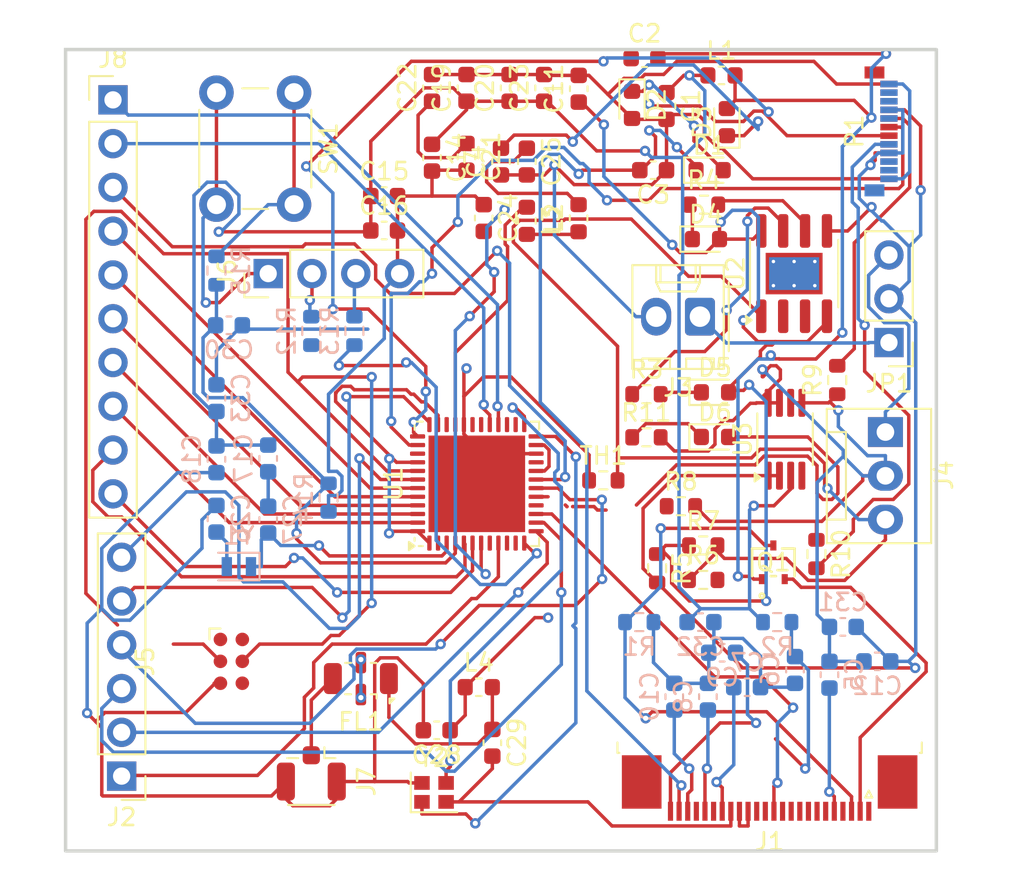
<source format=kicad_pcb>
(kicad_pcb (version 20241229) (generator "pcbnew") (generator_version "9.0")
  (layers (0 "F.Cu" signal) (2 "B.Cu" signal) (13 "F.Paste" user) (15 "B.Paste" user) (5 "F.SilkS" user "F.Silkscreen") (7 "B.SilkS" user "B.Silkscreen") (1 "F.Mask" user) (3 "B.Mask" user) (25 "Edge.Cuts" user))
  (net 0 "")
  (net 1 "GND")
  (net 2 "+3V3")
  (net 3 "Net-(D3-A)")
  (net 4 "Net-(D1-A)")
  (net 5 "VGL")
  (net 6 "VGH")
  (net 7 "Net-(J1-Pin_5)")
  (net 8 "Net-(J1-Pin_15)")
  (net 9 "Net-(J1-Pin_18)")
  (net 10 "VSH")
  (net 11 "VCOM")
  (net 12 "VSL")
  (net 13 "Net-(D4-A)")
  (net 14 "VBUS")
  (net 15 "Net-(U1-VDDSMPS)")
  (net 16 "SWD_NRST")
  (net 17 "Net-(C25-Pad1)")
  (net 18 "Net-(U1-PC14)")
  (net 19 "Net-(U1-PC15)")
  (net 20 "RF_sub")
  (net 21 "Net-(FL1-IN)")
  (net 22 "Net-(U1-PH3)")
  (net 23 "Net-(D4-K)")
  (net 24 "Net-(D5-K)")
  (net 25 "Net-(D6-K)")
  (net 26 "Net-(D6-A)")
  (net 27 "Net-(FL1-OUT)")
  (net 28 "CS#_SCREEN")
  (net 29 "RES#")
  (net 31 "BUSY")
  (net 33 "SDA_SCREEN")
  (net 34 "D{slash}C#")
  (net 35 "GDR")
  (net 36 "VPP")
  (net 38 "BS1")
  (net 39 "RESE")
  (net 41 "SCL_SCREEN")
  (net 42 "Net-(J3-Pin_1)")
  (net 43 "Net-(J4-Pin_1)")
  (net 44 "Net-(J4-Pin_3)")
  (net 45 "Net-(J5-SWCLK)")
  (net 46 "Net-(J5-SWO)")
  (net 47 "Net-(J5-SWDIO)")
  (net 48 "+3.3V")
  (net 49 "Net-(J6-Pin_2)")
  (net 50 "Net-(J6-Pin_3)")
  (net 51 "Net-(J8-Pin_2)")
  (net 52 "Net-(J8-Pin_7)")
  (net 53 "Net-(J8-Pin_10)")
  (net 54 "Net-(J8-Pin_3)")
  (net 55 "Net-(J8-Pin_9)")
  (net 56 "Net-(J8-Pin_6)")
  (net 57 "Net-(J8-Pin_5)")
  (net 58 "Net-(J8-Pin_8)")
  (net 59 "Net-(J8-Pin_1)")
  (net 60 "Net-(L2-Pad1)")
  (net 61 "Net-(U1-VLXSMPS)")
  (net 62 "D-")
  (net 65 "D+")
  (net 66 "Net-(P1-CC)")
  (net 67 "Net-(P1-VCONN)")
  (net 68 "Net-(U2-~{CHRG})")
  (net 69 "Net-(U2-~{STDBY})")
  (net 70 "Net-(U2-PROG)")
  (net 71 "Net-(U1-PA2)")
  (net 72 "Net-(U1-PA3)")
  (net 73 "Net-(R15-Pad2)")
  (net 74 "Net-(J2-Pin_4)")
  (net 75 "Net-(J2-Pin_1)")
  (net 76 "Net-(J2-Pin_2)")
  (net 77 "Net-(U1-OSC_OUT)")
  (net 79 "Net-(J2-Pin_3)")
  (net 81 "Net-(J2-Pin_6)")
  (net 82 "Net-(J2-Pin_5)")
  (net 83 "Net-(U1-OSC_IN)")
  (footprint "Resistor_SMD:R_0603_1608Metric" (layer "F.Cu") (at 167.23 98.275)
    (property "Reference" "R7")
    (property "Value" "R")
  )
  (footprint "Resistor_SMD:R_0603_1608Metric" (layer "F.Cu") (at 175 88.675 90)
    (property "Reference" "R9")
    (property "Value" "5k1")
  )
  (footprint "Diode_SMD:D_0603_1608Metric" (layer "F.Cu") (at 167.6 76.5)
    (property "Reference" "D1")
    (property "Value" "D")
  )
  (footprint "Resistor_SMD:R_0603_1608Metric" (layer "F.Cu") (at 161.435 94.5)
    (property "Reference" "TH1")
    (property "Value" "Thermistor_NTC")
  )
  (footprint "Resistor_SMD:R_0603_1608Metric" (layer "F.Cu") (at 167.23 100.275)
    (property "Reference" "R6")
    (property "Value" "R")
  )
  (footprint "Capacitor_SMD:C_0603_1608Metric" (layer "F.Cu") (at 163.825 70)
    (property "Reference" "C2")
    (property "Value" "1u")
  )
  (footprint "LED_SMD:LED_0603_1608Metric" (layer "F.Cu") (at 167.91 91.98)
    (property "Reference" "D6")
    (property "Value" "LED")
  )
  (footprint "Connector:Tag-Connect_TC2030-IDC-FP_2x03_P1.27mm_Vertical" (layer "F.Cu") (at 139.865 105 -90)
    (property "Reference" "J5")
    (property "Value" "Conn_ARM_SWD_TagConnect_TC2030")
  )
  (footprint "Connector_Coaxial:U.FL_Hirose_U.FL-R-SMT-1_Vertical" (layer "F.Cu") (at 144.5 111.5 -90)
    (property "Reference" "J7")
    (property "Value" "Conn_Coaxial")
  )
  (footprint "Resistor_SMD:R_0603_1608Metric" (layer "F.Cu") (at 163.935 89.5)
    (property "Reference" "R3")
    (property "Value" "1k")
  )
  (footprint "Filter:Filter_Mini-Circuits_FV1206" (layer "F.Cu") (at 147.375 106 180)
    (property "Reference" "FL1")
    (property "Value" "2,4Ghz LP 50Ohm")
  )
  (footprint "Capacitor_SMD:C_0603_1608Metric" (layer "F.Cu") (at 148.725 80)
    (property "Reference" "C16")
    (property "Value" "100n")
  )
  (footprint "LED_SMD:LED_0603_1608Metric" (layer "F.Cu") (at 167.3875 80.5)
    (property "Reference" "D4")
    (property "Value" "LED")
  )
  (footprint "Diode_SMD:D_0603_1608Metric" (layer "F.Cu") (at 163.1 72.7125 -90)
    (property "Reference" "D2")
    (property "Value" "D")
  )
  (footprint "Capacitor_SMD:C_0603_1608Metric" (layer "F.Cu") (at 165.1 72.775 -90)
    (property "Reference" "C1")
    (property "Value" "1u")
  )
  (footprint "Inductor_SMD:L_0603_1608Metric" (layer "F.Cu") (at 160 79.2875 90)
    (property "Reference" "L2")
    (property "Value" "10u")
  )
  (footprint "Connector_PinHeader_2.54mm:PinHeader_1x03_P2.54mm_Vertical" (layer "F.Cu") (at 178 86.5 180)
    (property "Reference" "JP1")
    (property "Value" "Jumper_3_Bridged12")
  )
  (footprint "Connector_PinHeader_2.54mm:PinHeader_1x10_P2.54mm_Vertical" (layer "F.Cu") (at 133 72.42)
    (property "Reference" "J8")
    (property "Value" "GPIO_Header_Dev")
  )
  (footprint "Crystal:Crystal_SMD_2016-4Pin_2.0x1.6mm" (layer "F.Cu") (at 151.6175 112.605)
    (property "Reference" "Y2")
    (property "Value" "32Mhz")
  )
  (footprint "Resistor_SMD:R_0603_1608Metric" (layer "F.Cu") (at 173.795 98.775 -90)
    (property "Reference" "R10")
    (property "Value" "5k1")
  )
  (footprint "Capacitor_SMD:C_0603_1608Metric" (layer "F.Cu") (at 151.5 71.725 90)
    (property "Reference" "C22")
    (property "Value" "4u7")
  )
  (footprint "Capacitor_SMD:C_0603_1608Metric" (layer "F.Cu") (at 153.5 71.725 90)
    (property "Reference" "C19")
    (property "Value" "4u7")
  )
  (footprint "Connector:FanPinHeader_1x03_P2.54mm_Vertical" (layer "F.Cu") (at 177.795 91.695 -90)
    (property "Reference" "J4")
    (property "Value" "Conn_01x03")
  )
  (footprint "Inductor_SMD:L_0603_1608Metric" (layer "F.Cu") (at 154.2125 106.5)
    (property "Reference" "L4")
    (property "Value" "2n7")
  )
  (footprint "Capacitor_SMD:C_0603_1608Metric" (layer "F.Cu") (at 151.5 75.775 -90)
    (property "Reference" "C14")
    (property "Value" "100n")
  )
  (footprint "Package_DFN_QFN:QFN-48-1EP_7x7mm_P0.5mm_EP5.6x5.6mm" (layer "F.Cu") (at 154.1 94.7 90)
    (property "Reference" "U1")
    (property "Value" "STM32WB55CEU6")
  )
  (footprint "Inductor_SMD:L_0603_1608Metric" (layer "F.Cu") (at 157 79.4375 -90)
    (property "Reference" "L3")
    (property "Value" "10u")
  )
  (footprint "Resistor_SMD:R_0603_1608Metric" (layer "F.Cu") (at 164.555 99.6 -90)
    (property "Reference" "R5")
    (property "Value" "400")
  )
  (footprint "Capacitor_SMD:C_0603_1608Metric" (layer "F.Cu") (at 156 71.725 90)
    (property "Reference" "C20")
    (property "Value" "100n")
  )
  (footprint "Capacitor_SMD:C_0603_1608Metric" (layer "F.Cu") (at 148.725 78)
    (property "Reference" "C15")
    (property "Value" "100n")
  )
  (footprint "Capacitor_SMD:C_0603_1608Metric" (layer "F.Cu") (at 158 71.725 90)
    (property "Reference" "C23")
    (property "Value" "100n")
  )
  (footprint "Button_Switch_THT:SW_PUSH_6mm" (layer "F.Cu") (at 143.5 72 -90)
    (property "Reference" "SW1")
    (property "Value" "SW_Push")
  )
  (footprint "Resistor_SMD:R_0603_1608Metric" (layer "F.Cu") (at 167.275 78.5)
    (property "Reference" "R4")
    (property "Value" "1k")
  )
  (footprint "Inductor_SMD:L_0603_1608Metric" (layer "F.Cu") (at 168.2875 71)
    (property "Reference" "L1")
    (property "Value" "L")
  )
  (footprint "Diode_SMD:D_0603_1608Metric" (layer "F.Cu") (at 168.6 73.7125 90)
    (property "Reference" "D3")
    (property "Value" "D")
  )
  (footprint "Capacitor_SMD:C_0603_1608Metric" (layer "F.Cu") (at 151.775 109 180)
    (property "Reference" "C28")
    (property "Value" "0p3")
  )
  (footprint "Capacitor_SMD:C_0603_1608Metric" (layer "F.Cu") (at 155 109.725 -90)
    (property "Reference" "C29")
    (property "Value" "0p3")
  )
  (footprint "Capacitor_SMD:C_0603_1608Metric" (layer "F.Cu") (at 155.5 76 90)
    (property "Reference" "C4")
    (property "Value" "uF")
  )
  (footprint "Capacitor_SMD:C_0603_1608Metric" (layer "F.Cu") (at 153.5 75.725 -90)
    (property "Reference" "C21")
    (property "Value" "100n")
  )
  (footprint "Capacitor_SMD:C_0603_1608Metric" (layer "F.Cu") (at 164.325 76.5 180)
    (property "Reference" "C3")
    (property "Value" "1uF")
  )
  (footprint "Resistor_SMD:R_0603_1608Metric" (layer "F.Cu") (at 163.935 92)
    (property "Reference" "R11")
    (property "Value" "220R")
  )
  (footprint "Connector_PinHeader_2.54mm:PinHeader_1x04_P2.54mm_Vertical" (layer "F.Cu") (at 142 82.5 90)
    (property "Reference" "J6")
    (property "Value" "UART")
  )
  (footprint "footprints:SC-70_SI1_VIS" (layer "F.Cu") (at 171.295 99.2529)
    (property "Reference" "Q1")
    (property "Value" "Si1304BDL")
  )
  (footprint "Connector_PinHeader_2.54mm:PinHeader_1x06_P2.54mm_Vertical" (layer "F.Cu") (at 133.5 111.66 180)
    (property "Reference" "J2")
    (property "Value" "Conn_01x06")
  )
  (footprint "Connector_FFC-FPC:TE_2-1734839-4_1x24-1MP_P0.5mm_Horizontal" (layer "F.Cu") (at 171.08 112.35 180)
    (property "Reference" "J1")
    (property "Value" "FPC")
  )
  (footprint "Package_SO:SOIC-8-1EP_3.9x4.9mm_P1.27mm_EP2.41x3.3mm_ThermalVias" (layer "F.Cu") (at 172.5 82.5 90)
    (property "Reference" "U2")
    (property "Value" "TP4056-42-ESOP8")
  )
  (footprint "Capacitor_SMD:C_0603_1608Metric" (layer "F.Cu") (at 157 76 -90)
    (property "Reference" "C25")
    (property "Value" "4u7")
  )
  (footprint "Package_SO:MSOP-8_3x3mm_P0.65mm" (layer "F.Cu") (at 171.975 92.1125 90)
    (property "Reference" "U3")
    (property "Value" "MIC5219-3.3YMM")
  )
  (footprint "Capacitor_SMD:C_0603_1608Metric" (layer "F.Cu") (at 154.5 79.275 -90)
    (property "Reference" "C24")
    (property "Value" "100n")
  )
  (footprint "Connector_Molex:Molex_KK-254_AE-6410-02A_1x02_P2.54mm_Vertical" (layer "F.Cu") (at 167.04 85 180)
    (property "Reference" "J3")
    (property "Value" "Conn_01x02")
  )
  (footprint "LED_SMD:LED_0603_1608Metric" (layer "F.Cu") (at 167.91 89.39)
    (property "Reference" "D5")
    (property "Value" "LED")
  )
  (footprint "Resistor_SMD:R_0603_1608Metric" (layer "F.Cu") (at 165.935 96)
    (property "Reference" "R8")
    (property "Value" "R")
  )
  (footprint "Connector_USB:USB_C_Plug_Molex_105444" (layer "F.Cu") (at 178.04 74.25 -90)
    (property "Reference" "P1")
    (property "Value" "USB_C_Plug_USB2.0")
  )
  (footprint "Capacitor_SMD:C_0603_1608Metric" (layer "F.Cu") (at 160.01 71.775 90)
    (property "Reference" "C11")
    (property "Value" "10u")
  )
  (footprint "Resistor_SMD:R_0603_1608Metric" (layer "B.Cu") (at 139 82.325 90)
    (property "Reference" "R15")
    (property "Value" "220")
  )
  (footprint "Crystal:Crystal_SMD_2012-2Pin_2.0x1.2mm" (layer "B.Cu") (at 140.3 99.5 180)
    (property "Reference" "Y1")
    (property "Value" "32kHz768")
  )
  (footprint "Capacitor_SMD:C_0603_1608Metric" (layer "B.Cu") (at 139 96.725 90)
    (property "Reference" "C26")
    (property "Value" "10p")
  )
  (footprint "Resistor_SMD:R_0603_1608Metric" (layer "B.Cu") (at 145.5 95.5 -90)
    (property "Reference" "R14")
    (property "Value" "5100")
  )
  (footprint "Capacitor_SMD:C_0603_1608Metric" (layer "B.Cu") (at 177.325 105)
    (property "Reference" "C12")
    (property "Value" "10u")
  )
  (footprint "Capacitor_SMD:C_0603_1608Metric" (layer "B.Cu") (at 142 96.775 90)
    (property "Reference" "C27")
    (property "Value" "10p")
  )
  (footprint "Resistor_SMD:R_0603_1608Metric" (layer "B.Cu") (at 163.52 102.725)
    (property "Reference" "R1")
    (property "Value" "R")
  )
  (footprint "Capacitor_SMD:C_0603_1608Metric" (layer "B.Cu") (at 139 89.725 90)
    (property "Reference" "C33")
    (property "Value" "0.1u")
  )
  (footprint "Capacitor_SMD:C_0603_1608Metric" (layer "B.Cu") (at 142 93.225 -90)
    (property "Reference" "C17")
    (property "Value" "100n")
  )
  (footprint "Capacitor_SMD:C_0603_1608Metric" (layer "B.Cu") (at 168.325 104.5)
    (property "Reference" "C9")
    (property "Value" "1u")
  )
  (footprint "Capacitor_SMD:C_0603_1608Metric" (layer "B.Cu") (at 165.55 107.05 -90)
    (property "Reference" "C10")
    (property "Value" "1u")
  )
  (footprint "Resistor_SMD:R_0603_1608Metric" (layer "B.Cu") (at 144.5 85.825 -90)
    (property "Reference" "R12")
    (property "Value" "220")
  )
  (footprint "Capacitor_SMD:C_0603_1608Metric" (layer "B.Cu") (at 169.775 106.5 180)
    (property "Reference" "C7")
    (property "Value" "1u")
  )
  (footprint "Capacitor_SMD:C_0603_1608Metric" (layer "B.Cu") (at 167.5 107.05 -90)
    (property "Reference" "C8")
    (property "Value" "1u")
  )
  (footprint "Resistor_SMD:R_0603_1608Metric" (layer "B.Cu") (at 171.52 102.725)
    (property "Reference" "R2")
    (property "Value" "R2")
  )
  (footprint "Capacitor_SMD:C_0603_1608Metric" (layer "B.Cu") (at 167.07 102.725)
    (property "Reference" "C32")
    (property "Value" "10u")
  )
  (footprint "Capacitor_SMD:C_0603_1608Metric" (layer "B.Cu") (at 139.725 85.5)
    (property "Reference" "C30")
    (property "Value" "100n")
  )
  (footprint "Resistor_SMD:R_0603_1608Metric" (layer "B.Cu") (at 147 85.825 -90)
    (property "Reference" "R13")
    (property "Value" "220")
  )
  (footprint "Capacitor_SMD:C_0603_1608Metric" (layer "B.Cu") (at 172.55 105.5 -90)
    (property "Reference" "C6")
    (property "Value" "1uF")
  )
  (footprint "Capacitor_SMD:C_0603_1608Metric" (layer "B.Cu") (at 139 93.275 -90)
    (property "Reference" "C18")
    (property "Value" "100n")
  )
  (footprint "Capacitor_SMD:C_0603_1608Metric" (layer "B.Cu") (at 175.325 103 180)
    (property "Reference" "C31")
    (property "Value" "10u")
  )
  (footprint "Capacitor_SMD:C_0603_1608Metric" (layer "B.Cu") (at 174.55 105.775 90)
    (property "Reference" "C5")
    (property "Value" "1u")
  )
  (gr_rect (start 130.25 69.5) (end 180.75 116) (stroke (width 0.2)) (fill no) (layer "Edge.Cuts"))
  (segment (start 153.5 70.95) (end 156 70.95) (width 0.2) (layer "F.Cu") (net 1))
  (segment (start 153.35 89.621) (end 153.35 91.2625) (width 0.2) (layer "F.Cu") (net 1))
  (segment (start 151.5 76.55) (end 151.5 78) (width 0.2) (layer "F.Cu") (net 1))
  (segment (start 160.544 113.155) (end 161.94 114.552) (width 0.2) (layer "F.Cu") (net 1))
  (segment (start 145.975 112.977) (end 145.975 111.975) (width 0.2) (layer "F.Cu") (net 1))
  (segment (start 154.1 94.7) (end 154.49 94.3104) (width 0.2) (layer "F.Cu") (net 1))
  (segment (start 174.566 89.9335) (end 174.5 90) (width 0.2) (layer "F.Cu") (net 1))
  (segment (start 155 111.224) (end 155 110.5) (width 0.2) (layer "F.Cu") (net 1))
  (segment (start 151.5 78) (end 154 78) (width 0.2) (layer "F.Cu") (net 1))
  (segment (start 168.625 91.034) (end 168.958 91.034) (width 0.2) (layer "F.Cu") (net 1))
  (segment (start 132 108.5) (end 131.5 108) (width 0.2) (layer "F.Cu") (net 1))
  (segment (start 171 90) (end 171.65 90) (width 0.2) (layer "F.Cu") (net 1))
  (segment (start 165.1 76.5) (end 165.1 73.55) (width 0.2) (layer "F.Cu") (net 1))
  (segment (start 157 76.775) (end 158.021 76.775) (width 0.2) (layer "F.Cu") (net 1))
  (segment (start 153.5 76.5) (end 151.55 76.5) (width 0.2) (layer "F.Cu") (net 1))
  (segment (start 138.922151 106.27) (end 139.23 106.27) (width 0.2) (layer "F.Cu") (net 1))
  (segment (start 151 109) (end 151 106.298) (width 0.2) (layer "F.Cu") (net 1))
  (segment (start 176.478 94.235) (end 177.795 94.235) (width 0.2) (layer "F.Cu") (net 1))
  (segment (start 145.575 113.377) (end 145.975 112.977) (width 0.2) (layer "F.Cu") (net 1))
  (segment (start 174.11 96.8744) (end 176.478 94.5064) (width 0.2) (layer "F.Cu") (net 1))
  (segment (start 170.9 89.419) (end 170.9 89.2871) (width 0.2) (layer "F.Cu") (net 1))
  (segment (start 159.74 77.3363) (end 164.264 77.3363) (width 0.2) (layer "F.Cu") (net 1))
  (segment (start 168.958 91.034) (end 169.965 90.0266) (width 0.2) (layer "F.Cu") (net 1))
  (segment (start 142.189 112.811) (end 132.408 112.811) (width 0.2) (layer "F.Cu") (net 1))
  (segment (start 154 78) (end 154.5 78.5) (width 0.2) (layer "F.Cu") (net 1))
  (segment (start 164.937 70.944) (end 165.693 70.1877) (width 0.2) (layer "F.Cu") (net 1))
  (segment (start 168.508 90.9163) (end 168.625 91.034) (width 0.2) (layer "F.Cu") (net 1))
  (segment (start 157.538 92.95) (end 154.49 92.95) (width 0.2) (layer "F.Cu") (net 1))
  (segment (start 165.381 73.2689) (end 165.1 73.55) (width 0.2) (layer "F.Cu") (net 1))
  (segment (start 171.703 88.083) (end 171.468 87.8476) (width 0.2) (layer "F.Cu") (net 1))
  (segment (start 165.553 92.7932) (end 167.522 92.7932) (width 0.2) (layer "F.Cu") (net 1))
  (segment (start 170.9 88.283) (end 170.699 88.4837) (width 0.2) (layer "F.Cu") (net 1))
  (segment (start 158.05 71) (end 158 70.95) (width 0.2) (layer "F.Cu") (net 1))
  (segment (start 165.693 70.1877) (end 173.649 70.1877) (width 0.2) (layer "F.Cu") (net 1))
  (segment (start 143.025 112.979) (end 143.423 113.377) (width 0.2) (layer "F.Cu") (net 1))
  (segment (start 148.177 105.121) (end 148.177 111.975) (width 0.2) (layer "F.Cu") (net 1))
  (segment (start 149.5 78) (end 151.5 78) (width 0.2) (layer "F.Cu") (net 1))
  (segment (start 132.408 112.811) (end 132.349 112.752) (width 0.2) (layer "F.Cu") (net 1))
  (segment (start 143.025 111.975) (end 142.189 112.811) (width 0.2) (layer "F.Cu") (net 1))
  (segment (start 160.01 71) (end 158.05 71) (width 0.2) (layer "F.Cu") (net 1))
  (segment (start 143.025 111.975) (end 143.025 112.979) (width 0.2) (layer "F.Cu") (net 1))
  (segment (start 170.1 77) (end 168.34 75.24) (width 0.2) (layer "F.Cu") (net 1))
  (segment (start 167.294 73.6361) (end 166.927 73.2689) (width 0.2) (layer "F.Cu") (net 1))
  (segment (start 167.522 92.7932) (end 167.91 92.4047) (width 0.2) (layer "F.Cu") (net 1))
  (segment (start 160.6 71) (end 160.01 71) (width 0.2) (layer "F.Cu") (net 1))
  (segment (start 170.699 88.4837) (end 170.66 88.4837) (width 0.2) (layer "F.Cu") (net 1))
  (segment (start 170.319 90) (end 171 90) (width 0.2) (layer "F.Cu") (net 1))
  (segment (start 143.423 113.377) (end 145.575 113.377) (width 0.2) (layer "F.Cu") (net 1))
  (segment (start 176.478 94.5064) (end 176.478 94.235) (width 0.2) (layer "F.Cu") (net 1))
  (segment (start 158.6 76.1962) (end 159.74 77.3363) (width 0.2) (layer "F.Cu") (net 1))
  (segment (start 167.91 92.4047) (end 167.91 91.5138) (width 0.2) (layer "F.Cu") (net 1))
  (segment (start 174.5 90) (end 172.95 90) (width 0.2) (layer "F.Cu") (net 1))
  (segment (start 132 108.5) (end 132.531 107.969) (width 0.2) (layer "F.Cu") (net 1))
  (segment (start 163.15 73.55) (end 163.1 73.5) (width 0.2) (layer "F.Cu") (net 1))
  (segment (start 150.086 111.975) (end 148.177 111.975) (width 0.2) (layer "F.Cu") (net 1))
  (segment (start 163.1 73.5) (end 161.703 72.1031) (width 0.2) (layer "F.Cu") (net 1))
  (segment (start 173.795 97.95) (end 173.795 96.8744) (width 0.2) (layer "F.Cu") (net 1))
  (segment (start 169.965 90.0266) (end 170.292 90.0266) (width 0.2) (layer "F.Cu") (net 1))
  (segment (start 161.703 72.1031) (end 160.6 71) (width 0.2) (layer "F.Cu") (net 1))
  (segment (start 171.135 87.8476) (end 170.9 88.083) (width 0.2) (layer "F.Cu") (net 1))
  (segment (start 153.35 89.621) (end 153.35 88.15) (width 0.2) (layer "F.Cu") (net 1))
  (segment (start 172.95 90) (end 172.3 90) (width 0.2) (layer "F.Cu") (net 1))
  (segment (start 153.5 70.95) (end 151.5 70.95) (width 0.2) (layer "F.Cu") (net 1))
  (segment (start 171.703 88.6156) (end 171.703 88.083) (width 0.2) (layer "F.Cu") (net 1))
  (segment (start 148.177 111.975) (end 145.975 111.975) (width 0.2) (layer "F.Cu") (net 1))
  (segment (start 154.49 94.3104) (end 154.49 92.95) (width 0.2) (layer "F.Cu") (net 1))
  (segment (start 150.166 112.055) (end 150.086 111.975) (width 0.2) (layer "F.Cu") (net 1))
  (segment (start 170.66 89.6591) (end 170.9 89.419) (width 0.2) (layer "F.Cu") (net 1))
  (segment (start 170.9 88.083) (end 170.9 88.283) (width 0.2) (layer "F.Cu") (net 1))
  (segment (start 167.91 91.5138) (end 168.508 90.9163) (width 0.2) (layer "F.Cu") (net 1))
  (segment (start 166.927 73.2689) (end 165.381 73.2689) (width 0.2) (layer "F.Cu") (net 1))
  (segment (start 168.83 114.552) (end 168.83 113.7) (width 0.2) (layer "F.Cu") (net 1))
  (segment (start 163.615 71.172) (end 163.843 70.944) (width 0.2) (layer "F.Cu") (net 1))
  (segment (start 132.531 107.969) (end 137.223151 107.969) (width 0.2) (layer "F.Cu") (net 1))
  (segment (start 163.843 70.944) (end 164.937 70.944) (width 0.2) (layer "F.Cu") (net 1))
  (segment (start 171.468 87.8476) (end 171.135 87.8476) (width 0.2) (layer "F.Cu") (net 1))
  (segment (start 150.918 112.055) (end 150.166 112.055) (width 0.2) (layer "F.Cu") (net 1))
  (segment (start 156.087 88.5) (end 154.471 88.5) (width 0.2) (layer "F.Cu") (net 1))
  (segment (start 149.5 82.38) (end 149.62 82.5) (width 0.2) (layer "F.Cu") (net 1))
  (segment (start 155.5 76.775) (end 157 76.775) (width 0.2) (layer "F.Cu") (net 1))
  (segment (start 173.649 70.1877) (end 174.962 71.5) (width 0.2) (layer "F.Cu") (net 1))
  (segment (start 137.223151 107.969) (end 138.922151 106.27) (width 0.2) (layer "F.Cu") (net 1))
  (segment (start 151.55 76.5) (end 151.5 76.55) (width 0.2) (layer "F.Cu") (net 1))
  (segment (start 158.021 76.775) (end 158.6 76.1962) (width 0.2) (layer "F.Cu") (net 1))
  (segment (start 171.032 89.2871) (end 171.703 88.6156) (width 0.2) (layer "F.Cu") (net 1))
  (segment (start 132.349 108.849) (end 132 108.5) (width 0.2) (layer "F.Cu") (net 1))
  (segment (start 178 77) (end 170.1 77) (width 0.2) (layer "F.Cu") (net 1))
  (segment (start 147.375 104.895) (end 147.375 105.072) (width 0.2) (layer "F.Cu") (net 1))
  (segment (start 164.76 92) (end 165.553 92.7932) (width 0.2) (layer "F.Cu") (net 1))
  (segment (start 154.49 92.95) (end 153.35 91.8104) (width 0.2) (layer "F.Cu") (net 1))
  (segment (start 152.318 113.155) (end 153.069 113.155) (width 0.2) (layer "F.Cu") (net 1))
  (segment (start 174.962 71.5) (end 178 71.5) (width 0.2) (layer "F.Cu") (net 1))
  (segment (start 161.703 72.1031) (end 162.633 71.1735) (width 0.2) (layer "F.Cu") (net 1))
  (segment (start 139.23 106.27) (end 138.865697 106.27) (width 0.2) (layer "F.Cu") (net 1))
  (segment (start 153.069 113.155) (end 160.544 113.155) (width 0.2) (layer "F.Cu") (net 1))
  (segment (start 132.349 112.752) (end 132.349 108.849) (width 0.2) (layer "F.Cu") (net 1))
  (segment (start 161.94 114.552) (end 168.83 114.552) (width 0.2) (layer "F.Cu") (net 1))
  (segment (start 168.128 75.24) (end 167.294 74.4065) (width 0.2) (layer "F.Cu") (net 1))
  (segment (start 151 106.298) (end 149.499 104.797) (width 0.2) (layer "F.Cu") (net 1))
  (segment (start 170.66 88.4837) (end 170.66 88.0623) (width 0.2) (layer "F.Cu") (net 1))
  (segment (start 158 70.95) (end 156 70.95) (width 0.2) (layer "F.Cu") (net 1))
  (segment (start 167.634 96.8744) (end 173.795 96.8744) (width 0.2) (layer "F.Cu") (net 1))
  (segment (start 164.264 77.3363) (end 165.1 76.5) (width 0.2) (layer "F.Cu") (net 1))
  (segment (start 167.294 74.4065) (end 167.294 73.6361) (width 0.2) (layer "F.Cu") (net 1))
  (segment (start 166.76 96) (end 167.634 96.8744) (width 0.2) (layer "F.Cu") (net 1))
  (segment (start 163.284 71.1735) (end 163.285 71.172) (width 0.2) (layer "F.Cu") (net 1))
  (segment (start 148.501 104.797) (end 148.177 105.121) (width 0.2) (layer "F.Cu") (net 1))
  (segment (start 147.375 106.928) (end 147.375 107.105) (width 0.2) (layer "F.Cu") (net 1))
  (segment (start 160.61 93.0232) (end 156.087 88.5) (width 0.2) (layer "F.Cu") (net 1))
  (segment (start 168.34 75.24) (end 168.128 75.24) (width 0.2) (layer "F.Cu") (net 1))
  (segment (start 149.499 104.797) (end 148.501 104.797) (width 0.2) (layer "F.Cu") (net 1))
  (segment (start 170.9 89.2871) (end 171.032 89.2871) (width 0.2) (layer "F.Cu") (net 1))
  (segment (start 153.35 88.15) (end 153.5 88) (width 0.2) (layer "F.Cu") (net 1))
  (segment (start 165.1 73.55) (end 163.15 73.55) (width 0.2) (layer "F.Cu") (net 1))
  (segment (start 154.471 88.5) (end 153.35 89.621) (width 0.2) (layer "F.Cu") (net 1))
  (segment (start 160.61 94.5) (end 160.61 93.0232) (width 0.2) (layer "F.Cu") (net 1))
  (segment (start 153.069 113.155) (end 155 111.224) (width 0.2) (layer "F.Cu") (net 1))
  (segment (start 139.23 106.27) (end 138.89 106.27) (width 0.2) (layer "F.Cu") (net 1))
  (segment (start 174.566 89.9335) (end 175.066 90.433) (width 0.2) (layer "F.Cu") (net 1))
  (segment (start 163.285 71.172) (end 163.615 71.172) (width 0.2) (layer "F.Cu") (net 1))
  (segment (start 173.795 96.8744) (end 174.11 96.8744) (width 0.2) (layer "F.Cu") (net 1))
  (segment (start 149.5 78) (end 149.5 80) (width 0.2) (layer "F.Cu") (net 1))
  (segment (start 153.35 91.8104) (end 153.35 91.2625) (width 0.2) (layer "F.Cu") (net 1))
  (segment (start 170.292 90.0266) (end 170.319 90) (width 0.2) (layer "F.Cu") (net 1))
  (segment (start 171 90) (end 170.66 89.6595) (width 0.2) (layer "F.Cu") (net 1))
  (segment (start 175 89.5) (end 174.566 89.9335) (width 0.2) (layer "F.Cu") (net 1))
  (segment (start 149.5 80) (end 149.5 82.38) (width 0.2) (layer "F.Cu") (net 1))
  (segment (start 170.66 89.6595) (end 170.66 89.6591) (width 0.2) (layer "F.Cu") (net 1))
  (segment (start 162.633 71.1735) (end 163.284 71.1735) (width 0.2) (layer "F.Cu") (net 1))
  (via (at 153.5 88) (size 0.6) (drill 0.3) (layers "F.Cu" "B.Cu") (net 1))
  (via (at 175.066 90.433) (size 0.6) (drill 0.3) (layers "F.Cu" "B.Cu") (net 1))
  (via (at 170.66 88.0623) (size 0.6) (drill 0.3) (layers "F.Cu" "B.Cu") (net 1))
  (via (at 158.6 76.1962) (size 0.6) (drill 0.3) (layers "F.Cu" "B.Cu") (net 1))
  (via (at 131.5 108) (size 0.6) (drill 0.3) (layers "F.Cu" "B.Cu") (net 1))
  (segment (start 146.276 94.2619) (end 145.988 93.974) (width 0.2) (layer "B.Cu") (net 1))
  (segment (start 148.731 83.3889) (end 149.62 82.5) (width 0.2) (layer "B.Cu") (net 1))
  (segment (start 178.802 77) (end 179.203 76.5983) (width 0.2) (layer "B.Cu") (net 1))
  (segment (start 131.5 102.785) (end 131.5 108) (width 0.2) (layer "B.Cu") (net 1))
  (segment (start 177.795 94.235) (end 176.478 94.235) (width 0.2) (layer "B.Cu") (net 1))
  (segment (start 177.795 93.0683) (end 176.762 93.0683) (width 0.2) (layer "B.Cu") (net 1))
  (segment (start 175.35 93.1062) (end 173.834 94.6217) (width 0.2) (layer "B.Cu") (net 1))
  (segment (start 146.276 95.0881) (end 146.276 94.2619) (width 0.2) (layer "B.Cu") (net 1))
  (segment (start 139 88.95) (end 139 87) (width 0.2) (layer "B.Cu") (net 1))
  (segment (start 170.55 106.5) (end 172.325 106.5) (width 0.2) (layer "B.Cu") (net 1))
  (segment (start 167.55 104.5) (end 167.55 106.225) (width 0.2) (layer "B.Cu") (net 1))
  (segment (start 158.6 80.2717) (end 158.6 76.1962) (width 0.2) (layer "B.Cu") (net 1))
  (segment (start 140.724 85.7237) (end 140.5 85.5) (width 0.2) (layer "B.Cu") (net 1))
  (segment (start 178.802 71.5) (end 178 71.5) (width 0.2) (layer "B.Cu") (net 1))
  (segment (start 145.5 93.974) (end 145.5 89.5) (width 0.2) (layer "B.Cu") (net 1))
  (segment (start 167.845 104.205) (end 167.55 104.5) (width 0.2) (layer "B.Cu") (net 1))
  (segment (start 139 87) (end 140.5 85.5) (width 0.2) (layer "B.Cu") (net 1))
  (segment (start 176.55 105) (end 174.55 105) (width 0.2) (layer "B.Cu") (net 1))
  (segment (start 174.55 103) (end 174.55 105) (width 0.2) (layer "B.Cu") (net 1))
  (segment (start 145.5 96.325) (end 145.5 95.376) (width 0.2) (layer "B.Cu") (net 1))
  (segment (start 145.5 89.5) (end 148.731 86.2689) (width 0.2) (layer "B.Cu") (net 1))
  (segment (start 139 94.05) (end 136.741 94.05) (width 0.2) (layer "B.Cu") (net 1))
  (segment (start 170.55 104.694) (end 170.55 106.5) (width 0.2) (layer "B.Cu") (net 1))
  (segment (start 164.345 102.725) (end 164.345 105.07) (width 0.2) (layer "B.Cu") (net 1))
  (segment (start 176.478 94.235) (end 175.35 93.1062) (width 0.2) (layer "B.Cu") (net 1))
  (segment (start 167.845 103.668) (end 167.845 104.205) (width 0.2) (layer "B.Cu") (net 1))
  (segment (start 175.066 91.3718) (end 175.066 90.433) (width 0.2) (layer "B.Cu") (net 1))
  (segment (start 133.023 102.612) (end 133.983 102.612) (width 0.2) (layer "B.Cu") (net 1))
  (segment (start 169.524 103.668) (end 170.55 104.694) (width 0.2) (layer "B.Cu") (net 1))
  (segment (start 142 94) (end 142 96) (width 0.2) (layer "B.Cu") (net 1))
  (segment (start 147.375 107.105) (end 147.375 104.895) (width 0.2) (layer "B.Cu") (net 1))
  (segment (start 173.834 94.6217) (end 173.834 102.284) (width 0.2) (layer "B.Cu") (net 1))
  (segment (start 138.16 98.435) (end 138.16 96.7903) (width 0.2) (layer "B.Cu") (net 1))
  (segment (start 132.348 101.937) (end 131.5 102.785) (width 0.2) (layer "B.Cu") (net 1))
  (segment (start 164.345 105.07) (end 165.55 106.275) (width 0.2) (layer "B.Cu") (net 1))
  (segment (start 172.325 106.5) (end 172.55 106.275) (width 0.2) (layer "B.Cu") (net 1))
  (segment (start 148.731 86.2689) (end 148.731 83.3889) (width 0.2) (layer "B.Cu") (net 1))
  (segment (start 133.983 102.612) (end 138.16 98.435) (width 0.2) (layer "B.Cu") (net 1))
  (segment (start 167.55 106.225) (end 167.5 106.275) (width 0.2) (layer "B.Cu") (net 1))
  (segment (start 164.5 85) (end 163.328 85) (width 0.2) (layer "B.Cu") (net 1))
  (segment (start 176.762 93.0683) (end 175.066 91.3718) (width 0.2) (layer "B.Cu") (net 1))
  (segment (start 145.5 95.376) (end 145.988 95.376) (width 0.2) (layer "B.Cu") (net 1))
  (segment (start 179.203 76.5983) (end 179.203 71.9017) (width 0.2) (layer "B.Cu") (net 1))
  (segment (start 167.845 102.725) (end 167.845 103.668) (width 0.2) (layer "B.Cu") (net 1))
  (segment (start 175.35 92.7524) (end 175.35 93.1062) (width 0.2) (layer "B.Cu") (net 1))
  (segment (start 178 77) (end 178.802 77) (width 0.2) (layer "B.Cu") (net 1))
  (segment (start 138.16 96.7903) (end 139 95.95) (width 0.2) (layer "B.Cu") (net 1))
  (segment (start 179.203 71.9017) (end 178.802 71.5) (width 0.2) (layer "B.Cu") (net 1))
  (segment (start 147.778 85.7237) (end 140.724 85.7237) (width 0.2) (layer "B.Cu") (net 1))
  (segment (start 165.55 106.275) (end 167.5 106.275) (width 0.2) (layer "B.Cu") (net 1))
  (segment (start 132.348 101.937) (end 133.023 102.612) (width 0.2) (layer "B.Cu") (net 1))
  (segment (start 163.328 85) (end 158.6 80.2717) (width 0.2) (layer "B.Cu") (net 1))
  (segment (start 177.795 94.235) (end 177.795 93.0683) (width 0.2) (layer "B.Cu") (net 1))
  (segment (start 170.66 88.0623) (end 175.35 92.7524) (width 0.2) (layer "B.Cu") (net 1))
  (segment (start 132.348 98.4429) (end 132.348 101.937) (width 0.2) (layer "B.Cu") (net 1))
  (segment (start 167.845 103.668) (end 169.524 103.668) (width 0.2) (layer "B.Cu") (net 1))
  (segment (start 145.988 93.974) (end 145.5 93.974) (width 0.2) (layer "B.Cu") (net 1))
  (segment (start 136.741 94.05) (end 132.348 98.4429) (width 0.2) (layer "B.Cu") (net 1))
  (segment (start 173.834 102.284) (end 174.55 103) (width 0.2) (layer "B.Cu") (net 1))
  (segment (start 145.988 95.376) (end 146.276 95.0881) (width 0.2) (layer "B.Cu") (net 1))
  (segment (start 150.6625 97.45) (end 150.7747 97.5622) (width 0.2) (layer "F.Cu") (net 2))
  (segment (start 150.2821 89.5) (end 150.4469 89.5) (width 0.2) (layer "F.Cu") (net 2))
  (segment (start 171.332 95.9714) (end 170.162 95.9714) (width 0.2) (layer "F.Cu") (net 2))
  (segment (start 146.287457 89.041) (end 146.785343 89.041) (width 0.2) (layer "F.Cu") (net 2))
  (segment (start 145.9108 89.922) (end 145.9108 89.4139) (width 0.2) (layer "F.Cu") (net 2))
  (segment (start 151.0708 89.9429) (end 151.85 90.7221) (width 0.2) (layer "F.Cu") (net 2))
  (segment (start 167.5 71) (end 166.428 71) (width 0.2) (layer "F.Cu") (net 2))
  (segment (start 150.662 97.45) (end 149.1282 97.45) (width 0.2) (layer "F.Cu") (net 2))
  (segment (start 150.0231 89.241) (end 150.2821 89.5) (width 0.2) (layer "F.Cu") (net 2))
  (segment (start 150.4469 89.5) (end 150.8898 89.9429) (width 0.2) (layer "F.Cu") (net 2))
  (segment (start 158.17 72.5) (end 158 72.5) (width 0.2) (layer "F.Cu") (net 2))
  (segment (start 153.5 73.0001) (end 153.5 72.5) (width 0.2) (layer "F.Cu") (net 2))
  (segment (start 139.267 80.0742) (end 139.134 80.0742) (width 0.2) (layer "F.Cu") (net 2))
  (segment (start 163.853 75.3804) (end 161.051 75.3804) (width 0.2) (layer "F.Cu") (net 2))
  (segment (start 145.9108 89.4139) (end 145.9354 89.4385) (width 0.2) (layer "F.Cu") (net 2))
  (segment (start 158.286 92.7306) (end 158.286 93.6889) (width 0.2) (layer "F.Cu") (net 2))
  (segment (start 146.985343 89.241) (end 150.0231 89.241) (width 0.2) (layer "F.Cu") (net 2))
  (segment (start 149.4388 93.45) (end 149.1266 93.1377) (width 0.2) (layer "F.Cu") (net 2))
  (segment (start 158.286 93.6889) (end 158.024 93.95) (width 0.2) (layer "F.Cu") (net 2))
  (segment (start 161.051 75.3804) (end 158.17 72.5) (width 0.2) (layer "F.Cu") (net 2))
  (segment (start 157.538 92.45) (end 158.005 92.45) (width 0.2) (layer "F.Cu") (net 2))
  (segment (start 147.95 80) (end 147.876 80.0742) (width 0.2) (layer "F.Cu") (net 2))
  (segment (start 150.8898 89.9429) (end 151.0708 89.9429) (width 0.2) (layer "F.Cu") (net 2))
  (segment (start 139.267 80.0742) (end 139.134 80.0742) (width 0.2) (layer "F.Cu") (net 2))
  (segment (start 158.005 92.45) (end 158.286 92.7306) (width 0.2) (layer "F.Cu") (net 2))
  (segment (start 150.6625 93.45) (end 149.4388 93.45) (width 0.2) (layer "F.Cu") (net 2))
  (segment (start 149.1282 97.45) (end 149.0096 97.5686) (width 0.2) (layer "F.Cu") (net 2))
  (segment (start 149.1266 93.1377) (end 145.9108 89.922) (width 0.2) (layer "F.Cu") (net 2))
  (segment (start 149.0231 93.2412) (end 149.1266 93.1377) (width 0.2) (layer "F.Cu") (net 2))
  (segment (start 166.1 71) (end 165.1 72) (width 0.2) (layer "F.Cu") (net 2))
  (segment (start 151.5 75) (end 153.5 73.0001) (width 0.2) (layer "F.Cu") (net 2))
  (segment (start 150.7747 97.5622) (end 150.7747 97.5626) (width 0.2) (layer "F.Cu") (net 2))
  (segment (start 145.9354 89.4385) (end 145.9354 89.393057) (width 0.2) (layer "F.Cu") (net 2))
  (segment (start 172.3 95.0033) (end 171.332 95.9714) (width 0.2) (layer "F.Cu") (net 2))
  (segment (start 153.5 72.5) (end 156 72.5) (width 0.2) (layer "F.Cu") (net 2))
  (segment (start 147.876 80.0742) (end 139.267 80.0742) (width 0.2) (layer "F.Cu") (net 2))
  (segment (start 146.785343 89.041) (end 146.985343 89.241) (width 0.2) (layer "F.Cu") (net 2))
  (segment (start 157.5375 92.45) (end 157.538 92.45) (width 0.2) (layer "F.Cu") (net 2))
  (segment (start 152.725 71.725) (end 153.5 72.5) (width 0.2) (layer "F.Cu") (net 2))
  (segment (start 147.95 74.8231) (end 151.048 71.725) (width 0.2) (layer "F.Cu") (net 2))
  (segment (start 147.95 80) (end 147.95 78) (width 0.2) (layer "F.Cu") (net 2))
  (segment (start 147.95 78) (end 147.95 74.8231) (width 0.2) (layer "F.Cu") (net 2))
  (segment (start 158 72.5) (end 156 72.5) (width 0.2) (layer "F.Cu") (net 2))
  (segment (start 151.048 71.725) (end 152.725 71.725) (width 0.2) (layer "F.Cu") (net 2))
  (segment (start 172.3 94.225) (end 172.3 95.0033) (width 0.2) (layer "F.Cu") (net 2))
  (segment (start 150.7747 97.5626) (end 150.662 97.45) (width 0.2) (layer "F.Cu") (net 2))
  (segment (start 158.024 93.95) (end 157.538 93.95) (width 0.2) (layer "F.Cu") (net 2))
  (segment (start 166.428 71) (end 166.1 71) (width 0.2) (layer "F.Cu") (net 2))
  (segment (start 145.9354 89.393057) (end 146.287457 89.041) (width 0.2) (layer "F.Cu") (net 2))
  (segment (start 151.35 98.1375) (end 150.7747 97.5626) (width 0.2) (layer "F.Cu") (net 2))
  (segment (start 151.85 90.7221) (end 151.85 91.2625) (width 0.2) (layer "F.Cu") (net 2))
  (segment (start 157.5375 93.95) (end 157.538 93.95) (width 0.2) (layer "F.Cu") (net 2))
  (segment (start 139.134 80.0742) (end 139.267 80.0742) (width 0.2) (layer "F.Cu") (net 2))
  (via (at 163.853 75.3804) (size 0.6) (drill 0.3) (layers "F.Cu" "B.Cu") (net 2))
  (via (at 166.428 71) (size 0.6) (drill 0.3) (layers "F.Cu" "B.Cu") (net 2))
  (via (at 149.0096 97.5686) (size 0.6) (drill 0.3) (layers "F.Cu" "B.Cu") (net 2))
  (via (at 149.0231 93.2412) (size 0.6) (drill 0.3) (layers "F.Cu" "B.Cu") (net 2))
  (via (at 139.134 80.0742) (size 0.6) (drill 0.3) (layers "F.Cu" "B.Cu") (net 2))
  (via (at 170.162 95.9714) (size 0.6) (drill 0.3) (layers "F.Cu" "B.Cu") (net 2))
  (segment (start 139.267 80.0742) (end 139.134 80.0742) (width 0.2) (layer "B.Cu") (net 2))
  (segment (start 137.698 77.9608) (end 137.698 89.4418) (width 0.2) (layer "B.Cu") (net 2))
  (segment (start 140.302 79.0393) (end 140.302 77.9607) (width 0.2) (layer "B.Cu") (net 2))
  (segment (start 138.461 77.1983) (end 137.698 77.9608) (width 0.2) (layer "B.Cu") (net 2))
  (segment (start 149.0096 97.5686) (end 149.0231 97.5551) (width 0.2) (layer "B.Cu") (net 2))
  (segment (start 169.917 96.2164) (end 169.917 101.947) (width 0.2) (layer "B.Cu") (net 2))
  (segment (start 139.134 80.0742) (end 139.267 80.0742) (width 0.2) (layer "B.Cu") (net 2))
  (segment (start 140.302 77.9607) (end 139.539 77.1983) (width 0.2) (layer "B.Cu") (net 2))
  (segment (start 166.034 75.7617) (end 166.034 82.3971) (width 0.2) (layer "B.Cu") (net 2))
  (segment (start 139 92.5) (end 139.05 92.45) (width 0.2) (layer "B.Cu") (net 2))
  (segment (start 139 90.5) (end 139 92.4) (width 0.2) (layer "B.Cu") (net 2))
  (segment (start 165.826 100.7) (end 167.073 101.947) (width 0.2) (layer "B.Cu") (net 2))
  (segment (start 137.698 89.4418) (end 138.756 90.5) (width 0.2) (layer "B.Cu") (net 2))
  (segment (start 166.034 82.3971) (end 165.826 82.6061) (width 0.2) (layer "B.Cu") (net 2))
  (segment (start 167.321 74.4752) (end 167.321 71.8934) (width 0.2) (layer "B.Cu") (net 2))
  (segment (start 139.539 77.1983) (end 138.461 77.1983) (width 0.2) (layer "B.Cu") (net 2))
  (segment (start 167.321 71.8934) (end 166.428 71) (width 0.2) (layer "B.Cu") (net 2))
  (segment (start 165.826 82.6061) (end 165.826 100.7) (width 0.2) (layer "B.Cu") (net 2))
  (segment (start 139 92.4) (end 139.05 92.45) (width 0.2) (layer "B.Cu") (net 2))
  (segment (start 138.756 90.5) (end 139 90.5) (width 0.2) (layer "B.Cu") (net 2))
  (segment (start 170.695 102.725) (end 169.917 101.947) (width 0.2) (layer "B.Cu") (net 2))
  (segment (start 139.05 92.45) (end 142 92.45) (width 0.2) (layer "B.Cu") (net 2))
  (segment (start 139.267 80.0742) (end 140.302 79.0393) (width 0.2) (layer "B.Cu") (net 2))
  (segment (start 169.917 101.947) (end 167.073 101.947) (width 0.2) (layer "B.Cu") (net 2))
  (segment (start 167.073 101.947) (end 166.295 102.725) (width 0.2) (layer "B.Cu") (net 2))
  (segment (start 139.134 80.0742) (end 139.267 80.0742) (width 0.2) (layer "B.Cu") (net 2))
  (segment (start 170.162 95.9714) (end 169.917 96.2164) (width 0.2) (layer "B.Cu") (net 2))
  (segment (start 163.853 75.3804) (end 164.234 75.7617) (width 0.2) (layer "B.Cu") (net 2))
  (segment (start 164.234 75.7617) (end 166.034 75.7617) (width 0.2) (layer "B.Cu") (net 2))
  (segment (start 149.0231 97.5551) (end 149.0231 93.2412) (width 0.2) (layer "B.Cu") (net 2))
  (segment (start 166.034 75.7617) (end 167.321 74.4752) (width 0.2) (layer "B.Cu") (net 2))
  (segment (start 171.634 87.4459) (end 171.275 87.4459) (width 0.2) (layer "F.Cu") (net 3))
  (segment (start 169.075 71) (end 169.075 72.45) (width 0.2) (layer "F.Cu") (net 3))
  (segment (start 170.4959 100.231) (end 170.6344 100.231) (width 0.2) (layer "F.Cu") (net 3))
  (segment (start 170.4959 100.231) (end 170.155 100.231) (width 0.2) (layer "F.Cu") (net 3))
  (segment (start 169.075 72.45) (end 168.6 72.925) (width 0.2) (layer "F.Cu") (net 3))
  (segment (start 171.275 87.4458) (end 171.146 87.3176) (width 0.2) (layer "F.Cu") (net 3))
  (segment (start 175.297 85.9248) (end 173.766 87.4558) (width 0.2) (layer "F.Cu") (net 3))
  (segment (start 171.275 87.4459) (end 171.275 87.4458) (width 0.2) (layer "F.Cu") (net 3))
  (segment (start 171.146 87.3176) (end 171.146 87.2458) (width 0.2) (layer "F.Cu") (net 3))
  (segment (start 170.6344 100.231) (end 170.6346 100.2308) (width 0.2) (layer "F.Cu") (net 3))
  (segment (start 170.635 100.231) (end 170.4959 100.231) (width 0.2) (layer "F.Cu") (net 3))
  (segment (start 176.982 73.4466) (end 175.985 72.45) (width 0.2) (layer "F.Cu") (net 3))
  (segment (start 164.855 69.745) (end 177.83 69.745) (width 0.2) (layer "F.Cu") (net 3))
  (segment (start 171.644 87.4558) (end 171.634 87.4459) (width 0.2) (layer "F.Cu") (net 3))
  (segment (start 169.992 100.068) (end 169.244 100.068) (width 0.2) (layer "F.Cu") (net 3))
  (segment (start 173.766 87.4558) (end 171.644 87.4558) (width 0.2) (layer "F.Cu") (net 3))
  (segment (start 175.985 72.45) (end 169.075 72.45) (width 0.2) (layer "F.Cu") (net 3))
  (segment (start 164.6 70) (end 164.855 69.745) (width 0.2) (layer "F.Cu") (net 3))
  (segment (start 170.155 100.231) (end 169.992 100.068) (width 0.2) (layer "F.Cu") (net 3))
  (via (at 176.982 73.4466) (size 0.6) (drill 0.3) (layers "F.Cu" "B.Cu") (net 3))
  (via (at 171.146 87.2458) (size 0.6) (drill 0.3) (layers "F.Cu" "B.Cu") (net 3))
  (via (at 177.83 69.745) (size 0.6) (drill 0.3) (layers "F.Cu" "B.Cu") (net 3))
  (via (at 175.297 85.9248) (size 0.6) (drill 0.3) (layers "F.Cu" "B.Cu") (net 3))
  (via (at 169.244 100.068) (size 0.6) (drill 0.3) (layers "F.Cu" "B.Cu") (net 3))
  (segment (start 171.275 87.4458) (end 171.146 87.3176) (width 0.2) (layer "B.Cu") (net 3))
  (segment (start 170.4 87.4558) (end 171.275 87.4558) (width 0.2) (layer "B.Cu") (net 3))
  (segment (start 171.146 87.3176) (end 171.146 87.2458) (width 0.2) (layer "B.Cu") (net 3))
  (segment (start 169.244 100.068) (end 169.244 88.6118) (width 0.2) (layer "B.Cu") (net 3))
  (segment (start 176.982 73.4466) (end 175.297 75.1318) (width 0.2) (layer "B.Cu") (net 3))
  (segment (start 176.982 70.5929) (end 176.982 73.4466) (width 0.2) (layer "B.Cu") (net 3))
  (segment (start 169.244 88.6118) (end 170.4 87.4558) (width 0.2) (layer "B.Cu") (net 3))
  (segment (start 177.83 69.745) (end 176.982 70.5929) (width 0.2) (layer "B.Cu") (net 3))
  (segment (start 171.275 87.4558) (end 171.275 87.4458) (width 0.2) (layer "B.Cu") (net 3))
  (segment (start 175.297 75.1318) (end 175.297 85.9248) (width 0.2) (layer "B.Cu") (net 3))
  (segment (start 168.3877 76.4998) (end 166.693 74.8051) (width 0.2) (layer "F.Cu") (net 4))
  (segment (start 168.388 76.5) (end 168.3877 76.4998) (width 0.2) (layer "F.Cu") (net 4))
  (segment (start 164.092 71.5457) (end 163.712 71.925) (width 0.2) (layer "F.Cu") (net 4))
  (segment (start 166.693 74.8051) (end 166.693 73.9231) (width 0.2) (layer "F.Cu") (net 4))
  (segment (start 166.693 73.9231) (end 166.692 73.9231) (width 0.2) (layer "F.Cu") (net 4))
  (segment (start 163.712 71.925) (end 163.1 71.925) (width 0.2) (layer "F.Cu") (net 4))
  (segment (start 168.3875 76.5) (end 168.3877 76.4998) (width 0.2) (layer "F.Cu") (net 4))
  (via (at 164.092 71.5457) (size 0.6) (drill 0.3) (layers "F.Cu" "B.Cu") (net 4))
  (via (at 166.692 73.9231) (size 0.6) (drill 0.3) (layers "F.Cu" "B.Cu") (net 4))
  (segment (start 164.315 71.5457) (end 164.092 71.5457) (width 0.2) (layer "B.Cu") (net 4))
  (segment (start 166.692 73.9231) (end 164.315 71.5457) (width 0.2) (layer "B.Cu") (net 4))
  (segment (start 166.8125 76.5) (end 166.812 76.5) (width 0.2) (layer "F.Cu") (net 5))
  (segment (start 165.959 112.198) (end 165.83 112.327) (width 0.2) (layer "F.Cu") (net 5))
  (segment (start 165.83 112.327) (end 165.83 113.7) (width 0.2) (layer "F.Cu") (net 5))
  (segment (start 166.812 76.2692) (end 165.703 75.16) (width 0.2) (layer "F.Cu") (net 5))
  (segment (start 166.812 76.5) (end 166.812 76.2692) (width 0.2) (layer "F.Cu") (net 5))
  (segment (start 160.225 76.5) (end 160.008 76.7168) (width 0.2) (layer "F.Cu") (net 5))
  (segment (start 163.55 76.5) (end 160.225 76.5) (width 0.2) (layer "F.Cu") (net 5))
  (segment (start 164.461 74.5548) (end 164.461 75.6668) (width 0.2) (layer "F.Cu") (net 5))
  (segment (start 164.461 75.6668) (end 163.628 76.5) (width 0.2) (layer "F.Cu") (net 5))
  (segment (start 164.1 74.1934) (end 164.461 74.5548) (width 0.2) (layer "F.Cu") (net 5))
  (segment (start 163.628 76.5) (end 163.55 76.5) (width 0.2) (layer "F.Cu") (net 5))
  (via (at 165.703 75.16) (size 0.6) (drill 0.3) (layers "F.Cu" "B.Cu") (net 5))
  (via (at 160.008 76.7168) (size 0.6) (drill 0.3) (layers "F.Cu" "B.Cu") (net 5))
  (via (at 164.1 74.1934) (size 0.6) (drill 0.3) (layers "F.Cu" "B.Cu") (net 5))
  (via (at 165.959 112.198) (size 0.6) (drill 0.3) (layers "F.Cu" "B.Cu") (net 5))
  (segment (start 157.781 76.0956) (end 158.295 75.5818) (width 0.2) (layer "B.Cu") (net 5))
  (segment (start 164.737 74.1934) (end 164.1 74.1934) (width 0.2) (layer "B.Cu") (net 5))
  (segment (start 165.703 75.16) (end 164.737 74.1934) (width 0.2) (layer "B.Cu") (net 5))
  (segment (start 158.295 75.5818) (end 158.873 75.5818) (width 0.2) (layer "B.Cu") (net 5))
  (segment (start 165.959 112.198) (end 160.479 106.717) (width 0.2) (layer "B.Cu") (net 5))
  (segment (start 158.873 75.5818) (end 160.008 76.7168) (width 0.2) (layer "B.Cu") (net 5))
  (segment (start 160.479 106.717) (end 160.479 92.6692) (width 0.2) (layer "B.Cu") (net 5))
  (segment (start 160.479 92.6692) (end 157.781 89.9716) (width 0.2) (layer "B.Cu") (net 5))
  (segment (start 157.781 89.9716) (end 157.781 76.0956) (width 0.2) (layer "B.Cu") (net 5))
  (segment (start 170.414 73.6728) (end 169.587 74.5) (width 0.2) (layer "F.Cu") (net 6))
  (segment (start 159.284 74.4642) (end 159.667 74.8471) (width 0.2) (layer "F.Cu") (net 6))
  (segment (start 156.261 74.4642) (end 159.284 74.4642) (width 0.2) (layer "F.Cu") (net 6))
  (segment (start 155.5 75.225) (end 156.261 74.4642) (width 0.2) (layer "F.Cu") (net 6))
  (segment (start 169.587 74.5) (end 170.414 73.6728) (width 0.2) (layer "F.Cu") (net 6))
  (segment (start 169.587 74.5) (end 170.414 73.6728) (width 0.2) (layer "F.Cu") (net 6))
  (segment (start 168.6 74.5) (end 169.587 74.5) (width 0.2) (layer "F.Cu") (net 6))
  (via (at 159.667 74.8471) (size 0.6) (drill 0.3) (layers "F.Cu" "B.Cu") (net 6))
  (via (at 170.414 73.6728) (size 0.6) (drill 0.3) (layers "F.Cu" "B.Cu") (net 6))
  (segment (start 159.667 74.8471) (end 159.667 74.7538) (width 0.2) (layer "B.Cu") (net 6))
  (segment (start 170.414 74.135) (end 170.414 73.6728) (width 0.2) (layer "B.Cu") (net 6))
  (segment (start 159.667 74.7538) (end 164.025 70.3952) (width 0.2) (layer "B.Cu") (net 6))
  (segment (start 166.674 70.3952) (end 170.414 74.135) (width 0.2) (layer "B.Cu") (net 6))
  (segment (start 164.025 70.3952) (end 166.674 70.3952) (width 0.2) (layer "B.Cu") (net 6))
  (segment (start 174.614 112.634) (end 174.543 112.563) (width 0.2) (layer "F.Cu") (net 7))
  (segment (start 174.614 112.634) (end 174.543 112.563) (width 0.2) (layer "F.Cu") (net 7))
  (segment (start 174.543 112.563) (end 174.614 112.634) (width 0.2) (layer "F.Cu") (net 7))
  (segment (start 174.83 112.848) (end 174.828 112.848) (width 0.2) (layer "F.Cu") (net 7))
  (segment (start 174.83 113.7) (end 174.83 112.848) (width 0.2) (layer "F.Cu") (net 7))
  (segment (start 174.828 112.848) (end 174.614 112.634) (width 0.2) (layer "F.Cu") (net 7))
  (via (at 174.543 112.563) (size 0.6) (drill 0.3) (layers "F.Cu" "B.Cu") (net 7))
  (segment (start 174.543 106.557) (end 174.543 112.563) (width 0.2) (layer "B.Cu") (net 7))
  (segment (start 174.55 106.55) (end 174.543 106.557) (width 0.2) (layer "B.Cu") (net 7))
  (segment (start 169.33 114.552) (end 169.33 113.7) (width 0.2) (layer "F.Cu") (net 8))
  (segment (start 173.144 111.223) (end 171.421 109.5) (width 0.2) (layer "F.Cu") (net 8))
  (segment (start 169.83 113.7) (end 169.83 114.552) (width 0.2) (layer "F.Cu") (net 8))
  (segment (start 169.83 114.552) (end 169.33 114.552) (width 0.2) (layer "F.Cu") (net 8))
  (via (at 173.144 111.223) (size 0.6) (drill 0.3) (layers "F.Cu" "B.Cu") (net 8))
  (segment (start 172.345 102.725) (end 172.345 104.52) (width 0.2) (layer "B.Cu") (net 8))
  (segment (start 172.55 104.725) (end 173.328 105.503) (width 0.2) (layer "B.Cu") (net 8))
  (segment (start 172.345 104.52) (end 172.55 104.725) (width 0.2) (layer "B.Cu") (net 8))
  (segment (start 173.328 111.039) (end 173.144 111.223) (width 0.2) (layer "B.Cu") (net 8))
  (segment (start 173.328 105.503) (end 173.328 111.039) (width 0.2) (layer "B.Cu") (net 8))
  (segment (start 168.33 112.33) (end 168 112) (width 0.2) (layer "F.Cu") (net 9))
  (segment (start 168.33 113.7) (end 168.33 112.33) (width 0.2) (layer "F.Cu") (net 9))
  (via (at 168 112) (size 0.6) (drill 0.3) (layers "F.Cu" "B.Cu") (net 9))
  (segment (start 169 106.5) (end 169 111) (width 0.2) (layer "B.Cu") (net 9))
  (segment (start 169 111) (end 168 112) (width 0.2) (layer "B.Cu") (net 9))
  (segment (start 167.33 111.336) (end 167.446 111.22) (width 0.2) (layer "F.Cu") (net 10))
  (segment (start 167.33 113.7) (end 167.33 111.336) (width 0.2) (layer "F.Cu") (net 10))
  (via (at 167.446 111.22) (size 0.6) (drill 0.3) (layers "F.Cu" "B.Cu") (net 10))
  (segment (start 167.5 107.825) (end 167.5 111.166) (width 0.2) (layer "B.Cu") (net 10))
  (segment (start 167.5 111.166) (end 167.446 111.22) (width 0.2) (layer "B.Cu") (net 10))
  (segment (start 165.33 111.451) (end 168.206 108.575) (width 0.2) (layer "F.Cu") (net 11))
  (segment (start 168.206 108.575) (end 170.291 108.575) (width 0.2) (layer "F.Cu") (net 11))
  (segment (start 165.33 113.7) (end 165.33 111.451) (width 0.2) (layer "F.Cu") (net 11))
  (via (at 170.291 108.575) (size 0.6) (drill 0.3) (layers "F.Cu" "B.Cu") (net 11))
  (segment (start 169.796 108.08) (end 170.291 108.575) (width 0.2) (layer "B.Cu") (net 11))
  (segment (start 169.796 105.196) (end 169.796 108.08) (width 0.2) (layer "B.Cu") (net 11))
  (segment (start 169.1 104.5) (end 169.796 105.196) (width 0.2) (layer "B.Cu") (net 11))
  (segment (start 166.33 113.7) (end 166.33 112.678) (width 0.2) (layer "F.Cu") (net 12))
  (segment (start 166.561 112.447) (end 166.561 111.366) (width 0.2) (layer "F.Cu") (net 12))
  (segment (start 166.561 111.366) (end 166.417 111.222) (width 0.2) (layer "F.Cu") (net 12))
  (segment (start 166.33 112.678) (end 166.561 112.447) (width 0.2) (layer "F.Cu") (net 12))
  (via (at 166.417 111.222) (size 0.6) (drill 0.3) (layers "F.Cu" "B.Cu") (net 12))
  (segment (start 166.417 111.222) (end 165.55 110.354) (width 0.2) (layer "B.Cu") (net 12))
  (segment (start 165.55 110.354) (end 165.55 107.825) (width 0.2) (layer "B.Cu") (net 12))
  (segment (start 174.405 85.3197) (end 173.277 86.4477) (width 0.2) (layer "F.Cu") (net 13))
  (segment (start 169.5568 85.6132) (end 169.5568 85.2092) (width 0.2) (layer "F.Cu") (net 13))
  (segment (start 170.3913 86.4477) (end 169.5568 85.6132) (width 0.2) (layer "F.Cu") (net 13))
  (segment (start 168.244 79.5) (end 168.175 79.569) (width 0.2) (layer "F.Cu") (net 13))
  (segment (start 169.8934 88.9506) (end 169.5676 89.2764) (width 0.2) (layer "F.Cu") (net 13))
  (segment (start 165.431 80.8318) (end 165.877 81.2775) (width 0.2) (layer "F.Cu") (net 13))
  (segment (start 165.055 98.275) (end 164.805 98.525) (width 0.2) (layer "F.Cu") (net 13))
  (segment (start 166.4301 101.4972) (end 170.8767 101.4972) (width 0.2) (layer "F.Cu") (net 13))
  (segment (start 160.01 72.55) (end 160.162 72.55) (width 0.2) (layer "F.Cu") (net 13))
  (segment (start 170.545 86.9967) (end 170.545 87.3151) (width 0.2) (layer "F.Cu") (net 13))
  (segment (start 165.877 81.2775) (end 167.398 81.2775) (width 0.2) (layer "F.Cu") (net 13))
  (segment (start 166.405 98.275) (end 165.055 98.275) (width 0.2) (layer "F.Cu") (net 13))
  (segment (start 164.805 98.525) (end 165.3982 99.1182) (width 0.2) (layer "F.Cu") (net 13))
  (segment (start 170.897 86.6441) (end 170.545 86.9967) (width 0.2) (layer "F.Cu") (net 13))
  (segment (start 165.3982 99.1182) (end 165.3982 100.4653) (width 0.2) (layer "F.Cu") (net 13))
  (segment (start 171.216 86.6441) (end 170.897 86.6441) (width 0.2) (layer "F.Cu") (net 13))
  (segment (start 174.405 84.975) (end 174.405 85.3197) (width 0.2) (layer "F.Cu") (net 13))
  (segment (start 160.162 72.55) (end 161.468 73.8563) (width 0.2) (layer "F.Cu") (net 13))
  (segment (start 168.698 89.2764) (end 168.698 89.39) (width 0.2) (layer "F.Cu") (net 13))
  (segment (start 171.412 86.4477) (end 170.3913 86.4477) (width 0.2) (layer "F.Cu") (net 13))
  (segment (start 171.412 86.4477) (end 171.216 86.6441) (width 0.2) (layer "F.Cu") (net 13))
  (segment (start 165.3982 100.4653) (end 166.4301 101.4972) (width 0.2) (layer "F.Cu") (net 13))
  (segment (start 168.6975 89.2769) (end 168.698 89.2764) (width 0.2) (layer "F.Cu") (net 13))
  (segment (start 164.805 98.525) (end 164.555 98.775) (width 0.2) (layer "F.Cu") (net 13))
  (segment (start 168.175 80.5) (end 170.12 80.5) (width 0.2) (layer "F.Cu") (net 13))
  (segment (start 168.698 89.1623) (end 168.698 89.2764) (width 0.2) (layer "F.Cu") (net 13))
  (segment (start 170.545 87.3151) (end 168.698 89.1623) (width 0.2) (layer "F.Cu") (net 13))
  (segment (start 170.12 80.5) (end 170.595 80.025) (width 0.2) (layer "F.Cu") (net 13))
  (segment (start 168.6975 89.39) (end 168.6975 89.2769) (width 0.2) (layer "F.Cu") (net 13))
  (segment (start 167.398 81.2775) (end 168.175 80.5) (width 0.2) (layer "F.Cu") (net 13))
  (segment (start 169.5676 89.2764) (end 168.698 89.2764) (width 0.2) (layer "F.Cu") (net 13))
  (segment (start 173.277 86.4477) (end 171.412 86.4477) (width 0.2) (layer "F.Cu") (net 13))
  (segment (start 168.175 79.569) (end 168.175 80.5) (width 0.2) (layer "F.Cu") (net 13))
  (via (at 170.8767 101.4972) (size 0.6) (drill 0.3) (layers "F.Cu" "B.Cu") (net 13))
  (via (at 169.5568 85.2092) (size 0.6) (drill 0.3) (layers "F.Cu" "B.Cu") (net 13))
  (via (at 169.8934 88.9506) (size 0.6) (drill 0.3) (layers "F.Cu" "B.Cu") (net 13))
  (via (at 161.468 73.8563) (size 0.6) (drill 0.3) (layers "F.Cu" "B.Cu") (net 13))
  (via (at 165.431 80.8318) (size 0.6) (drill 0.3) (layers "F.Cu" "B.Cu") (net 13))
  (via (at 168.244 79.5) (size 0.6) (drill 0.3) (layers "F.Cu" "B.Cu") (net 13))
  (segment (start 161.468 73.8563) (end 161.468 76.8687) (width 0.2) (layer "B.Cu") (net 13))
  (segment (start 161.468 76.8687) (end 165.431 80.8318) (width 0.2) (layer "B.Cu") (net 13))
  (segment (start 170.8767 89.9339) (end 169.8934 88.9506) (width 0.2) (layer "B.Cu") (net 13))
  (segment (start 169.5568 85.2092) (end 170.4295 84.3365) (width 0.2) (layer "B.Cu") (net 13))
  (segment (start 170.4295 79.235) (end 170.0235 78.829) (width 0.2) (layer "B.Cu") (net 13))
  (segment (start 170.8767 101.4972) (end 170.8767 89.9339) (width 0.2) (layer "B.Cu") (net 13))
  (segment (start 168.915 78.829) (end 168.244 79.5) (width 0.2) (layer "B.Cu") (net 13))
  (segment (start 170.0235 78.829) (end 168.915 78.829) (width 0.2) (layer "B.Cu") (net 13))
  (segment (start 170.4295 84.3365) (end 170.4295 79.235) (width 0.2) (layer "B.Cu") (net 13))
  (segment (start 176.928 76.1985) (end 177.198 75.9285) (width 0.2) (layer "F.Cu") (net 14))
  (segment (start 175.6046 80.025) (end 174.405 80.025) (width 0.2) (layer "F.Cu") (net 14))
  (segment (start 163.741 99.6114) (end 163.741 96.1233) (width 0.2) (layer "F.Cu") (net 14))
  (segment (start 177.198 75.9285) (end 177.198 75.5) (width 0.2) (layer "F.Cu") (net 14))
  (segment (start 177.198 75.5) (end 178 75.5) (width 0.2) (layer "F.Cu") (net 14))
  (segment (start 179.8374 73.9356) (end 179.8374 77.6609) (width 0.2) (layer "F.Cu") (net 14))
  (segment (start 164.555 100.425) (end 163.741 99.6114) (width 0.2) (layer "F.Cu") (net 14))
  (segment (start 169.513 105.383) (end 179.519 105.383) (width 0.2) (layer "F.Cu") (net 14))
  (segment (start 176.9892 78.6404) (end 175.6046 80.025) (width 0.2) (layer "F.Cu") (net 14))
  (segment (start 178 73) (end 178.9018 73) (width 0.2) (layer "F.Cu") (net 14))
  (segment (start 163.741 96.1233) (end 165.64 94.225) (width 0.2) (layer "F.Cu") (net 14))
  (segment (start 165.64 94.225) (end 171 94.225) (width 0.2) (layer "F.Cu") (net 14))
  (segment (start 171.65 94.225) (end 171 94.225) (width 0.2) (layer "F.Cu") (net 14))
  (segment (start 164.555 100.425) (end 169.513 105.383) (width 0.2) (layer "F.Cu") (net 14))
  (segment (start 178.9018 73) (end 179.8374 73.9356) (width 0.2) (layer "F.Cu") (net 14))
  (via (at 179.8374 77.6609) (size 0.6) (drill 0.3) (layers "F.Cu" "B.Cu") (net 14))
  (via (at 179.519 105.383) (size 0.6) (drill 0.3) (layers "F.Cu" "B.Cu") (net 14))
  (via (at 176.928 76.1985) (size 0.6) (drill 0.3) (layers "F.Cu" "B.Cu") (net 14))
  (via (at 176.9892 78.6404) (size 0.6) (drill 0.3) (layers "F.Cu" "B.Cu") (net 14))
  (segment (start 178 75.5) (end 177.383 75.5) (width 0.2) (layer "B.Cu") (net 14))
  (segment (start 178.1 105) (end 179.136 105) (width 0.2) (layer "B.Cu") (net 14))
  (segment (start 178.1 105) (end 176.1 103) (width 0.2) (layer "B.Cu") (net 14))
  (segment (start 179.553 104.583) (end 179.553 85.3587) (width 0.2) (layer "B.Cu") (net 14))
  (segment (start 176.931 78.7927) (end 177.583 79.445) (width 0.2) (layer "B.Cu") (net 14))
  (segment (start 178.155 83.96) (end 178 83.96) (width 0.2) (layer "B.Cu") (net 14))
  (segment (start 178.802 73) (end 178 73) (width 0.2) (layer "B.Cu") (net 14))
  (segment (start 179.168 80.9317) (end 179.168 82.9468) (width 0.2) (layer "B.Cu") (net 14))
  (segment (start 176.279 76.8481) (end 176.279 78.1404) (width 0.2) (layer "B.Cu") (net 14))
  (segment (start 176.279 78.1404) (end 176.931 78.7927) (width 0.2) (layer "B.Cu") (net 14))
  (segment (start 176.931 78.7927) (end 176.931 78.6986) (width 0.2) (layer "B.Cu") (net 14))
  (segment (start 178.802 75.5) (end 178.802 73) (width 0.2) (layer "B.Cu") (net 14))
  (segment (start 176.931 78.6986) (end 176.9892 78.6404) (width 0.2) (layer "B.Cu") (net 14))
  (segment (start 177.583 79.445) (end 177.681 79.445) (width 0.2) (layer "B.Cu") (net 14))
  (segment (start 179.8374 77.6609) (end 179.8374 80.2623) (width 0.2) (layer "B.Cu") (net 14))
  (segment (start 179.553 85.3587) (end 178.155 83.96) (width 0.2) (layer "B.Cu") (net 14))
  (segment (start 176.928 76.1985) (end 176.279 76.8481) (width 0.2) (layer "B.Cu") (net 14))
  (segment (start 179.8374 80.2623) (end 179.168 80.9317) (width 0.2) (layer "B.Cu") (net 14))
  (segment (start 177.681 79.445) (end 179.168 80.9317) (width 0.2) (layer "B.Cu") (net 14))
  (segment (start 179.136 105) (end 179.553 104.583) (width 0.2) (layer "B.Cu") (net 14))
  (segment (start 176.928 75.955) (end 176.928 76.1985) (width 0.2) (layer "B.Cu") (net 14))
  (segment (start 179.168 82.9468) (end 178.155 83.96) (width 0.2) (layer "B.Cu") (net 14))
  (segment (start 179.136 105) (end 179.519 105.383) (width 0.2) (layer "B.Cu") (net 14))
  (segment (start 177.383 75.5) (end 176.928 75.955) (width 0.2) (layer "B.Cu") (net 14))
  (segment (start 178 75.5) (end 178.802 75.5) (width 0.2) (layer "B.Cu") (net 14))
  (segment (start 152.675 75.775) (end 151.039 75.775) (width 0.2) (layer "F.Cu") (net 15))
  (segment (start 153.5 74.95) (end 152.675 75.775) (width 0.2) (layer "F.Cu") (net 15))
  (segment (start 150.693 75.4284) (end 150.693 73.3074) (width 0.2) (layer "F.Cu") (net 15))
  (segment (start 150.693 73.3074) (end 151.5 72.5) (width 0.2) (layer "F.Cu") (net 15))
  (segment (start 151.039 75.775) (end 150.693 75.4284) (width 0.2) (layer "F.Cu") (net 15))
  (segment (start 139.23 105) (end 138.23 104) (width 0.2) (layer "F.Cu") (net 16))
  (segment (start 154.5 79.9889) (end 154.5 80.05) (width 0.2) (layer "F.Cu") (net 16))
  (segment (start 154.35 99.681) (end 154.6087 99.9397) (width 0.2) (layer "F.Cu") (net 16))
  (segment (start 155.7079 78.781) (end 154.5 79.9889) (width 0.2) (layer "F.Cu") (net 16))
  (segment (start 153.6848 84.9719) (end 155.1039 83.5528) (width 0.2) (layer "F.Cu") (net 16))
  (segment (start 138.23 104) (end 136.5 104) (width 0.2) (layer "F.Cu") (net 16))
  (segment (start 154.35 98.1375) (end 154.35 99.681) (width 0.2) (layer "F.Cu") (net 16))
  (segment (start 155.1039 83.5528) (end 155.1039 82.4148) (width 0.2) (layer "F.Cu") (net 16))
  (via (at 155.7079 78.781) (size 0.6) (drill 0.3) (layers "F.Cu" "B.Cu") (net 16))
  (via (at 154.6087 99.9397) (size 0.6) (drill 0.3) (layers "F.Cu" "B.Cu") (net 16))
  (via (at 153.6848 84.9719) (size 0.6) (drill 0.3) (layers "F.Cu" "B.Cu") (net 16))
  (via (at 155.1039 82.4148) (size 0.6) (drill 0.3) (layers "F.Cu" "B.Cu") (net 16))
  (segment (start 152.8529 85.8038) (end 153.6848 84.9719) (width 0.2) (layer "B.Cu") (net 16))
  (segment (start 155.1039 82.4148) (end 154.6773 81.9882) (width 0.2) (layer "B.Cu") (net 16))
  (segment (start 154.6773 79.8116) (end 155.7079 78.781) (width 0.2) (layer "B.Cu") (net 16))
  (segment (start 154.6087 99.9397) (end 152.8529 98.1839) (width 0.2) (layer "B.Cu") (net 16))
  (segment (start 152.8529 98.1839) (end 152.8529 85.8038) (width 0.2) (layer "B.Cu") (net 16))
  (segment (start 154.6773 81.9882) (end 154.6773 79.8116) (width 0.2) (layer "B.Cu") (net 16))
  (segment (start 154.971 76) (end 154.667 76.3045) (width 0.2) (layer "F.Cu") (net 17))
  (segment (start 155.332 77.8461) (end 159.346 77.8461) (width 0.2) (layer "F.Cu") (net 17))
  (segment (start 156.225 76) (end 154.971 76) (width 0.2) (layer "F.Cu") (net 17))
  (segment (start 154.667 77.1807) (end 155.332 77.8461) (width 0.2) (layer "F.Cu") (net 17))
  (segment (start 159.346 77.8461) (end 160 78.5) (width 0.2) (layer "F.Cu") (net 17))
  (segment (start 154.667 76.3045) (end 154.667 77.1807) (width 0.2) (layer "F.Cu") (net 17))
  (segment (start 157 75.225) (end 156.225 76) (width 0.2) (layer "F.Cu") (net 17))
  (segment (start 139 97.5) (end 139.6 98.1) (width 0.2) (layer "B.Cu") (net 18))
  (segment (start 139.6 98.1) (end 139.6 99.5) (width 0.2) (layer "B.Cu") (net 18))
  (segment (start 152.35 98.1375) (end 152.35 98.608) (width 0.2) (layer "F.Cu") (net 19))
  (segment (start 152.35 98.608) (end 152.077 98.8811) (width 0.2) (layer "F.Cu") (net 19))
  (segment (start 152.077 98.8811) (end 145.545 98.8811) (width 0.2) (layer "F.Cu") (net 19))
  (segment (start 145.545 98.8811) (end 144.944 98.2808) (width 0.2) (layer "F.Cu") (net 19))
  (via (at 144.944 98.2808) (size 0.6) (drill 0.3) (layers "F.Cu" "B.Cu") (net 19))
  (segment (start 142 97.55) (end 142.731 98.2808) (width 0.2) (layer "B.Cu") (net 19))
  (segment (start 142.731 98.2808) (end 144.944 98.2808) (width 0.2) (layer "B.Cu") (net 19))
  (segment (start 141.602 99.5) (end 141.602 97.9483) (width 0.2) (layer "B.Cu") (net 19))
  (segment (start 141 99.5) (end 141.602 99.5) (width 0.2) (layer "B.Cu") (net 19))
  (segment (start 141.602 97.9483) (end 142 97.55) (width 0.2) (layer "B.Cu") (net 19))
  (segment (start 152.55 109) (end 153.425 108.125) (width 0.2) (layer "F.Cu") (net 20))
  (segment (start 157.46 102.465) (end 158.233 102.465) (width 0.2) (layer "F.Cu") (net 20))
  (segment (start 153.425 108.125) (end 153.425 106.5) (width 0.2) (layer "F.Cu") (net 20))
  (segment (start 153.425 106.5) (end 157.46 102.465) (width 0.2) (layer "F.Cu") (net 20))
  (via (at 158.233 102.465) (size 0.6) (drill 0.3) (layers "F.Cu" "B.Cu") (net 20))
  (segment (start 149 106) (end 149 108.249) (width 0.2) (layer "F.Cu") (net 21))
  (segment (start 154.162 109.788) (end 155 108.95) (width 0.2) (layer "F.Cu") (net 21))
  (segment (start 150.538 109.788) (end 154.162 109.788) (width 0.2) (layer "F.Cu") (net 21))
  (segment (start 149 108.249) (end 150.538 109.788) (width 0.2) (layer "F.Cu") (net 21))
  (segment (start 155 108.95) (end 155 106.5) (width 0.2) (layer "F.Cu") (net 21))
  (segment (start 143.644 97.8921) (end 143.644 97.5686) (width 0.2) (layer "F.Cu") (net 22))
  (segment (start 152.293 99.2828) (end 145.035 99.2828) (width 0.2) (layer "F.Cu") (net 22))
  (segment (start 145.035 99.2828) (end 143.644 97.8921) (width 0.2) (layer "F.Cu") (net 22))
  (segment (start 152.85 98.1375) (end 152.85 98.7255) (width 0.2) (layer "F.Cu") (net 22))
  (segment (start 152.85 98.7255) (end 152.293 99.2828) (width 0.2) (layer "F.Cu") (net 22))
  (via (at 143.644 97.5686) (size 0.6) (drill 0.3) (layers "F.Cu" "B.Cu") (net 22))
  (segment (start 143.644 96.531) (end 145.5 94.675) (width 0.2) (layer "B.Cu") (net 22))
  (segment (start 138.222 86.2276) (end 138.222 89.3935) (width 0.2) (layer "B.Cu") (net 22))
  (segment (start 138.95 85.5) (end 139 85.45) (width 0.2) (layer "B.Cu") (net 22))
  (segment (start 138.532 89.7026) (end 140.528 89.7026) (width 0.2) (layer "B.Cu") (net 22))
  (segment (start 138.95 85.5) (end 138.222 86.2276) (width 0.2) (layer "B.Cu") (net 22))
  (segment (start 143.644 97.5686) (end 143.644 96.531) (width 0.2) (layer "B.Cu") (net 22))
  (segment (start 140.528 89.7026) (end 145.5 94.675) (width 0.2) (layer "B.Cu") (net 22))
  (segment (start 138.222 89.3935) (end 138.532 89.7026) (width 0.2) (layer "B.Cu") (net 22))
  (segment (start 139 85.45) (end 139 83.15) (width 0.2) (layer "B.Cu") (net 22))
  (segment (start 166.45 78.5) (end 166.6 78.65) (width 0.2) (layer "F.Cu") (net 23))
  (segment (start 166.6 78.65) (end 166.6 80.5) (width 0.2) (layer "F.Cu") (net 23))
  (segment (start 167.1225 89.39) (end 167.122 89.39) (width 0.2) (layer "F.Cu") (net 24))
  (segment (start 164.87 89.39) (end 164.76 89.5) (width 0.2) (layer "F.Cu") (net 24))
  (segment (start 167.122 89.39) (end 164.87 89.39) (width 0.2) (layer "F.Cu") (net 24))
  (segment (start 163.11 92) (end 163.899 91.2112) (width 0.2) (layer "F.Cu") (net 25))
  (segment (start 163.899 91.2112) (end 166.354 91.2112) (width 0.2) (layer "F.Cu") (net 25))
  (segment (start 167.1225 91.98) (end 167.122 91.98) (width 0.2) (layer "F.Cu") (net 25))
  (segment (start 166.354 91.2112) (end 167.122 91.98) (width 0.2) (layer "F.Cu") (net 25))
  (segment (start 160.897057 96.0221) (end 161.097057 96.2221) (width 0.2) (layer "F.Cu") (net 26))
  (segment (start 170.247 93.5965) (end 170.749 93.0949) (width 0.2) (layer "F.Cu") (net 26))
  (segment (start 170.749 93.0949) (end 173.276 93.0949) (width 0.2) (layer "F.Cu") (net 26))
  (segment (start 170.247 93.5966) (end 170.247 93.5965) (width 0.2) (layer "F.Cu") (net 26))
  (segment (start 173.828 93.6474) (end 173.828 95.2543) (width 0.2) (layer "F.Cu") (net 26))
  (segment (start 161.097057 96.2221) (end 161.594943 96.2221) (width 0.2) (layer "F.Cu") (net 26))
  (segment (start 173.828 95.2543) (end 174.181 95.607) (width 0.2) (layer "F.Cu") (net 26))
  (segment (start 163.355178 95.927422) (end 165.686 93.5966) (width 0.2) (layer "F.Cu") (net 26))
  (segment (start 174.181 95.607) (end 174.684 95.607) (width 0.2) (layer "F.Cu") (net 26))
  (segment (start 159.325871 96.022088) (end 159.325888 96.022088) (width 0.2) (layer "F.Cu") (net 26))
  (segment (start 159.231219 95.927422) (end 159.325871 96.022088) (width 0.2) (layer "F.Cu") (net 26))
  (segment (start 159.65807 96.022113) (end 159.658083 96.0221) (width 0.2) (layer "F.Cu") (net 26))
  (segment (start 175.038 95.2535) (end 175.038 93.7209) (width 0.2) (layer "F.Cu") (net 26))
  (segment (start 175.038 93.7209) (end 173.297 91.98) (width 0.2) (layer "F.Cu") (net 26))
  (segment (start 165.686 93.5966) (end 170.247 93.5966) (width 0.2) (layer "F.Cu") (net 26))
  (segment (start 159.325888 96.022088) (end 159.3259 96.0221) (width 0.2) (layer "F.Cu") (net 26))
  (segment (start 159.658083 96.0221) (end 160.897057 96.0221) (width 0.2) (layer "F.Cu") (net 26))
  (segment (start 174.684 95.607) (end 175.038 95.2535) (width 0.2) (layer "F.Cu") (net 26))
  (segment (start 173.276 93.0949) (end 173.828 93.6474) (width 0.2) (layer "F.Cu") (net 26))
  (segment (start 157.5375 95.45) (end 158.23 95.45) (width 0.2) (layer "F.Cu") (net 26))
  (segment (start 173.297 91.98) (end 168.6975 91.98) (width 0.2) (layer "F.Cu") (net 26))
  (segment (start 144.5 107.25) (end 144.5 110.45) (width 0.2) (layer "F.Cu") (net 27))
  (segment (start 145.75 106) (end 144.5 107.25) (width 0.2) (layer "F.Cu") (net 27))
  (segment (start 158.4469 96.45) (end 157.5375 96.45) (width 0.2) (layer "F.Cu") (net 28))
  (segment (start 171.33 113.7) (end 171.33 112.2471) (width 0.2) (layer "F.Cu") (net 28))
  (segment (start 172.4408 107.6869) (end 170.6564 105.9025) (width 0.2) (layer "F.Cu") (net 28))
  (segment (start 171.33 112.2471) (end 171.5336 112.0435) (width 0.2) (layer "F.Cu") (net 28))
  (segment (start 167.8994 105.9025) (end 158.4469 96.45) (width 0.2) (layer "F.Cu") (net 28))
  (segment (start 170.6564 105.9025) (end 167.8994 105.9025) (width 0.2) (layer "F.Cu") (net 28))
  (via (at 172.4408 107.6869) (size 0.6) (drill 0.3) (layers "F.Cu" "B.Cu") (net 28))
  (via (at 171.5336 112.0435) (size 0.6) (drill 0.3) (layers "F.Cu" "B.Cu") (net 28))
  (segment (start 171.5336 108.5941) (end 172.4408 107.6869) (width 0.2) (layer "B.Cu") (net 28))
  (segment (start 171.5336 112.0435) (end 171.5336 108.5941) (width 0.2) (layer "B.Cu") (net 28))
  (segment (start 172.0941 100.231) (end 171.9556 100.231) (width 0.2) (layer "F.Cu") (net 35))
  (segment (start 172.908 100.704) (end 175.77 100.704) (width 0.2) (layer "F.Cu") (net 35))
  (segment (start 180.155 105.089) (end 180.155 105.598) (width 0.2) (layer "F.Cu") (net 35))
  (segment (start 176.33 109.424) (end 176.33 113.7) (width 0.2) (layer "F.Cu") (net 35))
  (segment (start 171.9556 100.231) (end 171.9554 100.2308) (width 0.2) (layer "F.Cu") (net 35))
  (segment (start 175.77 100.704) (end 180.155 105.089) (width 0.2) (layer "F.Cu") (net 35))
  (segment (start 172.435 100.231) (end 172.908 100.704) (width 0.2) (layer "F.Cu") (net 35))
  (segment (start 180.155 105.598) (end 176.33 109.424) (width 0.2) (layer "F.Cu") (net 35))
  (segment (start 171.955 100.231) (end 172.0941 100.231) (width 0.2) (layer "F.Cu") (net 35))
  (segment (start 172.0941 100.231) (end 172.435 100.231) (width 0.2) (layer "F.Cu") (net 35))
  (segment (start 171.295 98.275) (end 170.816 98.275) (width 0.2) (layer "F.Cu") (net 39))
  (segment (start 175.83 113.7) (end 175.83 112.848) (width 0.2) (layer "F.Cu") (net 39))
  (segment (start 164.269 107.924) (end 163.89 108.303) (width 0.2) (layer "F.Cu") (net 39))
  (segment (start 170.816 98.275) (end 169.822 97.2815) (width 0.2) (layer "F.Cu") (net 39))
  (segment (start 170.906 107.924) (end 164.269 107.924) (width 0.2) (layer "F.Cu") (net 39))
  (segment (start 169.822 97.2815) (end 164.765 97.2815) (width 0.2) (layer "F.Cu") (net 39))
  (segment (start 175.83 112.848) (end 170.906 107.924) (width 0.2) (layer "F.Cu") (net 39))
  (via (at 164.765 97.2815) (size 0.6) (drill 0.3) (layers "F.Cu" "B.Cu") (net 39))
  (via (at 163.89 108.303) (size 0.6) (drill 0.3) (layers "F.Cu" "B.Cu") (net 39))
  (segment (start 163.89 108.303) (end 162.695 107.108) (width 0.2) (layer "B.Cu") (net 39))
  (segment (start 162.695 107.108) (end 162.695 102.725) (width 0.2) (layer "B.Cu") (net 39))
  (segment (start 164.765 97.2815) (end 164.765 100.655) (width 0.2) (layer "B.Cu") (net 39))
  (segment (start 164.765 100.655) (end 162.695 102.725) (width 0.2) (layer "B.Cu") (net 39))
  (segment (start 178 86.5) (end 176.848 86.5) (width 0.2) (layer "B.Cu") (net 42))
  (segment (start 176.822 86.5265) (end 168.566 86.5265) (width 0.2) (layer "B.Cu") (net 42))
  (segment (start 168.566 86.5265) (end 167.04 85) (width 0.2) (layer "B.Cu") (net 42))
  (segment (start 176.848 86.5) (end 176.822 86.5265) (width 0.2) (layer "B.Cu") (net 42))
  (segment (start 176.821 82.5987) (end 178 81.42) (width 0.2) (layer "B.Cu") (net 43))
  (segment (start 177.795 90.5283) (end 179.152 89.1716) (width 0.2) (layer "B.Cu") (net 43))
  (segment (start 176.821 84.4336) (end 176.821 82.5987) (width 0.2) (layer "B.Cu") (net 43))
  (segment (start 179.152 89.1716) (end 179.152 85.525) (width 0.2) (layer "B.Cu") (net 43))
  (segment (start 179.152 85.525) (end 178.975 85.3483) (width 0.2) (layer "B.Cu") (net 43))
  (segment (start 177.795 91.695) (end 177.795 90.5283) (width 0.2) (layer "B.Cu") (net 43))
  (segment (start 177.736 85.3483) (end 176.821 84.4336) (width 0.2) (layer "B.Cu") (net 43))
  (segment (start 178.975 85.3483) (end 177.736 85.3483) (width 0.2) (layer "B.Cu") (net 43))
  (segment (start 172.039 99.0297) (end 168.46 99.0297) (width 0.2) (layer "F.Cu") (net 44))
  (segment (start 162.26 93.1949) (end 170.031 93.1949) (width 0.2) (layer "F.Cu") (net 44))
  (segment (start 168.276 82.6565) (end 170.595 84.975) (width 0.2) (layer "F.Cu") (net 44))
  (segment (start 177.795 96.775) (end 177.795 97.9417) (width 0.2) (layer "F.Cu") (net 44))
  (segment (start 159.142 79.41) (end 159.217 79.335) (width 0.2) (layer "F.Cu") (net 44))
  (segment (start 166.375 82.6565) (end 168.276 82.6565) (width 0.2) (layer "F.Cu") (net 44))
  (segment (start 162.26 94.5) (end 162.26 93.1949) (width 0.2) (layer "F.Cu") (net 44))
  (segment (start 173.312 100.302) (end 172.039 99.0297) (width 0.2) (layer "F.Cu") (net 44))
  (segment (start 170.533 92.6932) (end 173.442 92.6932) (width 0.2) (layer "F.Cu") (net 44))
  (segment (start 168.055 98.625) (end 166.405 100.275) (width 0.2) (layer "F.Cu") (net 44))
  (segment (start 163.054 79.335) (end 166.375 82.6565) (width 0.2) (layer "F.Cu") (net 44))
  (segment (start 162.26 86.7167) (end 156.219 80.6759) (width 0.2) (layer "F.Cu") (net 44))
  (segment (start 156.219 80.6759) (end 156.219 79.7762) (width 0.2) (layer "F.Cu") (net 44))
  (segment (start 170.031 93.1949) (end 170.533 92.6932) (width 0.2) (layer "F.Cu") (net 44))
  (segment (start 159.217 79.335) (end 163.054 79.335) (width 0.2) (layer "F.Cu") (net 44))
  (segment (start 173.442 92.6932) (end 174.036 93.287) (width 0.2) (layer "F.Cu") (net 44))
  (segment (start 156.219 79.7762) (end 156.585 79.41) (width 0.2) (layer "F.Cu") (net 44))
  (segment (start 177.795 97.9417) (end 175.434 100.302) (width 0.2) (layer "F.Cu") (net 44))
  (segment (start 156.585 79.41) (end 159.142 79.41) (width 0.2) (layer "F.Cu") (net 44))
  (segment (start 162.26 93.1949) (end 162.26 86.7167) (width 0.2) (layer "F.Cu") (net 44))
  (segment (start 168.46 99.0297) (end 168.055 98.625) (width 0.2) (layer "F.Cu") (net 44))
  (segment (start 175.434 100.302) (end 173.312 100.302) (width 0.2) (layer "F.Cu") (net 44))
  (segment (start 174.036 93.287) (end 174.271 93.5224) (width 0.2) (layer "F.Cu") (net 44))
  (segment (start 174.271 94.8018) (end 174.436 94.9666) (width 0.2) (layer "F.Cu") (net 44))
  (segment (start 174.271 93.5224) (end 174.271 94.8018) (width 0.2) (layer "F.Cu") (net 44))
  (segment (start 168.055 98.275) (end 168.055 98.625) (width 0.2) (layer "F.Cu") (net 44))
  (via (at 174.436 94.9666) (size 0.6) (drill 0.3) (layers "F.Cu" "B.Cu") (net 44))
  (segment (start 177.795 96.775) (end 176.244 96.775) (width 0.2) (layer "B.Cu") (net 44))
  (segment (start 176.244 96.775) (end 174.436 94.9666) (width 0.2) (layer "B.Cu") (net 44))
  (segment (start 148 88.5) (end 144 88.5) (width 0.2) (layer "F.Cu") (net 45))
  (segment (start 143.151 81.349) (end 135.93676 81.349) (width 0.2) (layer "F.Cu") (net 45))
  (segment (start 131.889 78.889) (end 131.428065 79.349935) (width 0.2) (layer "F.Cu") (net 45))
  (segment (start 150.6625 93.95) (end 148.881957 93.95) (width 0.2) (layer "F.Cu") (net 45))
  (segment (start 148 101.618543) (end 146.118543 103.5) (width 0.2) (layer "F.Cu") (net 45))
  (segment (start 144 88.5) (end 143.715978 88.784022) (width 0.2) (layer "F.Cu") (net 45))
  (segment (start 148.881957 93.95) (end 143.715978 88.784022) (width 0.2) (layer "F.Cu") (net 45))
  (segment (start 146.118543 103.5) (end 145.6375 103.5) (width 0.2) (layer "F.Cu") (net 45))
  (segment (start 145.1375 104) (end 141.5 104) (width 0.2) (layer "F.Cu") (net 45))
  (segment (start 143.715978 88.784022) (end 143.151 88.219043) (width 0.2) (layer "F.Cu") (net 45))
  (segment (start 145.6375 103.5) (end 145.1375 104) (width 0.2) (layer "F.Cu") (net 45))
  (segment (start 131.428065 101.055825) (end 133.26124 102.889) (width 0.2) (layer "F.Cu") (net 45))
  (segment (start 135.93676 81.349) (end 133.47676 78.889) (width 0.2) (layer "F.Cu") (net 45))
  (segment (start 143.151 88.219043) (end 143.151 81.349) (width 0.2) (layer "F.Cu") (net 45))
  (segment (start 133.47676 78.889) (end 131.889 78.889) (width 0.2) (layer "F.Cu") (net 45))
  (segment (start 141.5 104) (end 140.5 105) (width 0.2) (layer "F.Cu") (net 45))
  (segment (start 131.428065 79.349935) (end 131.428065 101.055825) (width 0.2) (layer "F.Cu") (net 45))
  (via (at 148 88.5) (size 0.6) (drill 0.3) (layers "F.Cu" "B.Cu") (net 45))
  (via (at 148 101.618543) (size 0.6) (drill 0.3) (layers "F.Cu" "B.Cu") (net 45))
  (segment (start 148 101.618543) (end 148 88.5) (width 0.2) (layer "B.Cu") (net 45))
  (segment (start 150.6625 94.95) (end 150.662 94.95) (width 0.2) (layer "F.Cu") (net 46))
  (segment (start 133 80.04) (end 147.91 94.95) (width 0.2) (layer "F.Cu") (net 46))
  (segment (start 147.91 94.95) (end 150.662 94.95) (width 0.2) (layer "F.Cu") (net 46))
  (segment (start 140.848 82.5) (end 139.164 84.1847) (width 0.2) (layer "F.Cu") (net 48))
  (segment (start 139 78.5) (end 139 72) (width 0.2) (layer "F.Cu") (net 48))
  (segment (start 139.164 84.1847) (end 138.384 84.1847) (width 0.2) (layer "F.Cu") (net 48))
  (segment (start 142 82.5) (end 140.848 82.5) (width 0.2) (layer "F.Cu") (net 48))
  (via (at 138.384 84.1847) (size 0.6) (drill 0.3) (layers "F.Cu" "B.Cu") (net 48))
  (segment (start 138.222 79.2775) (end 139 78.5) (width 0.2) (layer "B.Cu") (net 48))
  (segment (start 138.384 84.1847) (end 138.222 84.0235) (width 0.2) (layer "B.Cu") (net 48))
  (segment (start 138.222 84.0235) (end 138.222 79.2775) (width 0.2) (layer "B.Cu") (net 48))
  (segment (start 144.54 83.9243) (end 144.418 84.0462) (width 0.2) (layer "F.Cu") (net 49))
  (segment (start 144.54 82.5) (end 144.54 83.9243) (width 0.2) (layer "F.Cu") (net 49))
  (via (at 144.418 84.0462) (size 0.6) (drill 0.3) (layers "F.Cu" "B.Cu") (net 49))
  (segment (start 144.418 84.9181) (end 144.5 85) (width 0.2) (layer "B.Cu") (net 49))
  (segment (start 144.418 84.0462) (end 144.418 84.9181) (width 0.2) (layer "B.Cu") (net 49))
  (segment (start 147 82.58) (end 147 85) (width 0.2) (layer "B.Cu") (net 50))
  (segment (start 147.08 82.5) (end 147 82.58) (width 0.2) (layer "B.Cu") (net 50))
  (segment (start 154.85 91.2625) (end 154.85 90.6999) (width 0.2) (layer "F.Cu") (net 51))
  (segment (start 154.5 90.3499) (end 154.5 90.101) (width 0.2) (layer "F.Cu") (net 51))
  (segment (start 154.85 90.6999) (end 154.5 90.3499) (width 0.2) (layer "F.Cu") (net 51))
  (via (at 154.5 90.101) (size 0.6) (drill 0.3) (layers "F.Cu" "B.Cu") (net 51))
  (segment (start 154.5 90.101) (end 154.5 84.5) (width 0.2) (layer "B.Cu") (net 51))
  (segment (start 144.96 74.96) (end 133 74.96) (width 0.2) (layer "B.Cu") (net 51))
  (segment (start 154.5 84.5) (end 144.96 74.96) (width 0.2) (layer "B.Cu") (net 51))
  (segment (start 150.662 96.45) (end 141.79 96.45) (width 0.2) (layer "F.Cu") (net 52))
  (segment (start 150.6625 96.45) (end 150.662 96.45) (width 0.2) (layer "F.Cu") (net 52))
  (segment (start 141.79 96.45) (end 133 87.66) (width 0.2) (layer "F.Cu") (net 52))
  (segment (start 153.85 99.7321) (end 152.5821 101) (width 0.2) (layer "F.Cu") (net 53))
  (segment (start 137.22 99.5) (end 143 99.5) (width 0.2) (layer "F.Cu") (net 53))
  (segment (start 133 95.28) (end 137.22 99.5) (width 0.2) (layer "F.Cu") (net 53))
  (segment (start 143 99.5) (end 143.5 99) (width 0.2) (layer "F.Cu") (net 53))
  (segment (start 152.5821 101) (end 149.5 101) (width 0.2) (layer "F.Cu") (net 53))
  (segment (start 149.5 101) (end 146 101) (width 0.2) (layer "F.Cu") (net 53))
  (segment (start 153.85 98.1375) (end 153.85 99.7321) (width 0.2) (layer "F.Cu") (net 53))
  (via (at 143.5 99) (size 0.6) (drill 0.3) (layers "F.Cu" "B.Cu") (net 53))
  (via (at 146 101) (size 0.6) (drill 0.3) (layers "F.Cu" "B.Cu") (net 53))
  (segment (start 146 101) (end 144 99) (width 0.2) (layer "B.Cu") (net 53))
  (segment (start 144 99) (end 143.5 99) (width 0.2) (layer "B.Cu") (net 53))
  (segment (start 133 77.5) (end 136.442 80.9424) (width 0.2) (layer "F.Cu") (net 54))
  (segment (start 136.442 80.9424) (end 143.999 80.9424) (width 0.2) (layer "F.Cu") (net 54))
  (segment (start 143.999 80.9424) (end 144.164 80.7776) (width 0.2) (layer "F.Cu") (net 54))
  (segment (start 144.164 80.7776) (end 147.006 80.7776) (width 0.2) (layer "F.Cu") (net 54))
  (segment (start 143.999 80.9424) (end 144.164 80.7776) (width 0.2) (layer "F.Cu") (net 54))
  (segment (start 148.232 82.0033) (end 148.232 82.8276) (width 0.2) (layer "F.Cu") (net 54))
  (segment (start 157.5375 94.45) (end 157.538 94.45) (width 0.2) (layer "F.Cu") (net 54))
  (segment (start 157.538 94.45) (end 159.068 94.45) (width 0.2) (layer "F.Cu") (net 54))
  (segment (start 148.232 82.8276) (end 149.056 83.6517) (width 0.2) (layer "F.Cu") (net 54))
  (segment (start 147.006 80.7776) (end 148.232 82.0033) (width 0.2) (layer "F.Cu") (net 54))
  (segment (start 159.068 94.45) (end 159.22 94.2986) (width 0.2) (layer "F.Cu") (net 54))
  (segment (start 149.056 83.6517) (end 152.804 83.6517) (width 0.2) (layer "F.Cu") (net 54))
  (segment (start 152.804 83.6517) (end 155.279 81.1769) (width 0.2) (layer "F.Cu") (net 54))
  (via (at 159.22 94.2986) (size 0.6) (drill 0.3) (layers "F.Cu" "B.Cu") (net 54))
  (via (at 155.279 81.1769) (size 0.6) (drill 0.3) (layers "F.Cu" "B.Cu") (net 54))
  (segment (start 159.22 92.2195) (end 159.22 94.2986) (width 0.2) (layer "B.Cu") (net 54))
  (segment (start 156 81.898) (end 156 89) (width 0.2) (layer "B.Cu") (net 54))
  (segment (start 156 89) (end 159.22 92.2195) (width 0.2) (layer "B.Cu") (net 54))
  (segment (start 155.279 81.1769) (end 156 81.898) (width 0.2) (layer "B.Cu") (net 54))
  (segment (start 152.924 100.091) (end 153.412 99.6026) (width 0.2) (layer "F.Cu") (net 55))
  (segment (start 132.718 96.6264) (end 133.507 96.6264) (width 0.2) (layer "F.Cu") (net 55))
  (segment (start 136.972 100.091) (end 152.924 100.091) (width 0.2) (layer "F.Cu") (net 55))
  (segment (start 133.507 96.6264) (end 136.972 100.091) (width 0.2) (layer "F.Cu") (net 55))
  (segment (start 131.829 93.9106) (end 131.829 95.7381) (width 0.2) (layer "F.Cu") (net 55))
  (segment (start 133 92.74) (end 131.829 93.9106) (width 0.2) (layer "F.Cu") (net 55))
  (segment (start 131.829 95.7381) (end 132.718 96.6264) (width 0.2) (layer "F.Cu") (net 55))
  (segment (start 153.412 98.1993) (end 153.35 98.1375) (width 0.2) (layer "F.Cu") (net 55))
  (segment (start 153.412 99.6026) (end 153.412 98.1993) (width 0.2) (layer "F.Cu") (net 55))
  (segment (start 143.83 95.95) (end 133 85.12) (width 0.2) (layer "F.Cu") (net 56))
  (segment (start 150.662 95.95) (end 143.83 95.95) (width 0.2) (layer "F.Cu") (net 56))
  (segment (start 150.6625 95.95) (end 150.662 95.95) (width 0.2) (layer "F.Cu") (net 56))
  (segment (start 145.87 95.45) (end 150.662 95.45) (width 0.2) (layer "F.Cu") (net 57))
  (segment (start 150.6625 95.45) (end 150.662 95.45) (width 0.2) (layer "F.Cu") (net 57))
  (segment (start 133 82.58) (end 145.87 95.45) (width 0.2) (layer "F.Cu") (net 57))
  (segment (start 150.6625 96.95) (end 150.662 96.95) (width 0.2) (layer "F.Cu") (net 58))
  (segment (start 139.75 96.95) (end 133 90.2) (width 0.2) (layer "F.Cu") (net 58))
  (segment (start 150.662 96.95) (end 139.75 96.95) (width 0.2) (layer "F.Cu") (net 58))
  (segment (start 155.35 90.249) (end 155.3 90.1995) (width 0.2) (layer "F.Cu") (net 59))
  (segment (start 155.35 91.2625) (end 155.35 90.249) (width 0.2) (layer "F.Cu") (net 59))
  (via (at 155.3 90.1995) (size 0.6) (drill 0.3) (layers "F.Cu" "B.Cu") (net 59))
  (segment (start 155.3 90.1995) (end 155.3 84.3005) (width 0.2) (layer "B.Cu") (net 59))
  (segment (start 155.3 84.3005) (end 144.301 73.301) (width 0.2) (layer "B.Cu") (net 59))
  (segment (start 144.301 73.301) (end 133.881 73.301) (width 0.2) (layer "B.Cu") (net 59))
  (segment (start 133.881 73.301) (end 133 72.42) (width 0.2) (layer "B.Cu") (net 59))
  (segment (start 157 80.225) (end 159.85 80.225) (width 0.2) (layer "F.Cu") (net 60))
  (segment (start 159.85 80.225) (end 160 80.075) (width 0.2) (layer "F.Cu") (net 60))
  (segment (start 152.85 87.0936) (end 155.881 84.063) (width 0.2) (layer "F.Cu") (net 61))
  (segment (start 156.777 78.65) (end 157 78.65) (width 0.2) (layer "F.Cu") (net 61))
  (segment (start 155.881 80.9277) (end 155.742 80.7891) (width 0.2) (layer "F.Cu") (net 61))
  (segment (start 152.85 91.2625) (end 152.85 87.0936) (width 0.2) (layer "F.Cu") (net 61))
  (segment (start 155.881 84.063) (end 155.881 80.9277) (width 0.2) (layer "F.Cu") (net 61))
  (segment (start 155.742 79.6854) (end 156.777 78.65) (width 0.2) (layer "F.Cu") (net 61))
  (segment (start 155.742 80.7891) (end 155.742 79.6854) (width 0.2) (layer "F.Cu") (net 61))
  (segment (start 178 74.5) (end 172.092 74.5) (width 0.2) (layer "F.Cu") (net 62))
  (segment (start 150.5497 91.8374) (end 150.432 91.7193) (width 0.2) (layer "F.Cu") (net 62))
  (segment (start 150.6625 91.95) (end 150.6623 91.95) (width 0.2) (layer "F.Cu") (net 62))
  (segment (start 150.432 91.7193) (end 150.432 91.1207) (width 0.2) (layer "F.Cu") (net 62))
  (segment (start 167.036 72.7736) (end 164.208 72.7736) (width 0.2) (layer "F.Cu") (net 62))
  (segment (start 167.936 73.6729) (end 167.036 72.7736) (width 0.2) (layer "F.Cu") (net 62))
  (segment (start 170.7069 73.114) (end 170.664 73.0711) (width 0.2) (layer "F.Cu") (net 62))
  (segment (start 151.1389 87.8935) (end 147.8038 84.5584) (width 0.2) (layer "F.Cu") (net 62))
  (segment (start 150.662 91.95) (end 150.5497 91.8374) (width 0.2) (layer "F.Cu") (net 62))
  (segment (start 164.208 72.7736) (end 164.1 72.6657) (width 0.2) (layer "F.Cu") (net 62))
  (segment (start 169.563 73.6729) (end 167.936 73.6729) (width 0.2) (layer "F.Cu") (net 62))
  (segment (start 147.8038 84.5584) (end 145.75 84.5584) (width 0.2) (layer "F.Cu") (net 62))
  (segment (start 144.206 76.28) (end 150.302 70.184) (width 0.2) (layer "F.Cu") (net 62))
  (segment (start 151.1389 89.3412) (end 151.1389 87.8935) (width 0.2) (layer "F.Cu") (net 62))
  (segment (start 150.302 70.184) (end 161.4445 70.184) (width 0.2) (layer "F.Cu") (net 62))
  (segment (start 171.0196 73.114) (end 170.7069 73.114) (width 0.2) (layer "F.Cu") (net 62))
  (segment (start 170.165 73.0711) (end 169.563 73.6729) (width 0.2) (layer "F.Cu") (net 62))
  (segment (start 172.092 74.5) (end 170.664 73.0711) (width 0.2) (layer "F.Cu") (net 62))
  (segment (start 170.664 73.0711) (end 170.165 73.0711) (width 0.2) (layer "F.Cu") (net 62))
  (segment (start 150.6623 91.95) (end 150.5497 91.8374) (width 0.2) (layer "F.Cu") (net 62))
  (via (at 145.75 84.5584) (size 0.6) (drill 0.3) (layers "F.Cu" "B.Cu") (net 62))
  (via (at 161.4445 70.184) (size 0.6) (drill 0.3) (layers "F.Cu" "B.Cu") (net 62))
  (via (at 164.1 72.6657) (size 0.6) (drill 0.3) (layers "F.Cu" "B.Cu") (net 62))
  (via (at 171.0196 73.114) (size 0.6) (drill 0.3) (layers "F.Cu" "B.Cu") (net 62))
  (via (at 151.1389 89.3412) (size 0.6) (drill 0.3) (layers "F.Cu" "B.Cu") (net 62))
  (via (at 144.206 76.28) (size 0.6) (drill 0.3) (layers "F.Cu" "B.Cu") (net 62))
  (via (at 150.432 91.1207) (size 0.6) (drill 0.3) (layers "F.Cu" "B.Cu") (net 62))
  (segment (start 151.1389 90.4138) (end 151.1389 89.3412) (width 0.2) (layer "B.Cu") (net 62))
  (segment (start 167.8946 69.989) (end 171.0196 73.114) (width 0.2) (layer "B.Cu") (net 62))
  (segment (start 145.75 77.824) (end 144.206 76.28) (width 0.2) (layer "B.Cu") (net 62))
  (segment (start 150.432 91.1207) (end 151.1389 90.4138) (width 0.2) (layer "B.Cu") (net 62))
  (segment (start 145.75 84.5584) (end 145.75 77.824) (width 0.2) (layer "B.Cu") (net 62))
  (segment (start 161.6395 69.989) (end 167.8946 69.989) (width 0.2) (layer "B.Cu") (net 62))
  (segment (start 161.4445 70.184) (end 161.6395 69.989) (width 0.2) (layer "B.Cu") (net 62))
  (segment (start 150.6625 92.45) (end 150.662 92.45) (width 0.2) (layer "F.Cu") (net 65))
  (segment (start 149.132 91.406) (end 150.176 92.45) (width 0.2) (layer "F.Cu") (net 65))
  (segment (start 178.802 74.1002) (end 178.802 77.335) (width 0.2) (layer "F.Cu") (net 65))
  (segment (start 178.702 74) (end 178.802 74.1002) (width 0.2) (layer "F.Cu") (net 65))
  (segment (start 149.132 91.0646) (end 149.132 91.406) (width 0.2) (layer "F.Cu") (net 65))
  (segment (start 153 79.5) (end 151.5 81) (width 0.2) (layer "F.Cu") (net 65))
  (segment (start 178 74) (end 178.702 74) (width 0.2) (layer "F.Cu") (net 65))
  (segment (start 178.57 77.5663) (end 164.754 77.5663) (width 0.2) (layer "F.Cu") (net 65))
  (segment (start 151.5 81) (end 151.5 82.5) (width 0.2) (layer "F.Cu") (net 65))
  (segment (start 164.754 77.5663) (end 164.072 78.2479) (width 0.2) (layer "F.Cu") (net 65))
  (segment (start 164.072 78.2479) (end 161.651 78.2479) (width 0.2) (layer "F.Cu") (net 65))
  (segment (start 150.176 92.45) (end 150.662 92.45) (width 0.2) (layer "F.Cu") (net 65))
  (segment (start 178.802 77.335) (end 178.57 77.5663) (width 0.2) (layer "F.Cu") (net 65))
  (via (at 161.651 78.2479) (size 0.6) (drill 0.3) (layers "F.Cu" "B.Cu") (net 65))
  (via (at 149.132 91.0646) (size 0.6) (drill 0.3) (layers "F.Cu" "B.Cu") (net 65))
  (via (at 153 79.5) (size 0.6) (drill 0.3) (layers "F.Cu" "B.Cu") (net 65))
  (via (at 151.5 82.5) (size 0.6) (drill 0.3) (layers "F.Cu" "B.Cu") (net 65))
  (segment (start 160.257 76.1151) (end 160.084 76.1151) (width 0.2) (layer "B.Cu") (net 65))
  (segment (start 149.132 83.6399) (end 149.132 91.0646) (width 0.2) (layer "B.Cu") (net 65))
  (segment (start 160.084 76.1151) (end 159.149 75.1801) (width 0.2) (layer "B.Cu") (net 65))
  (segment (start 161.651 78.2479) (end 160.61 77.2067) (width 0.2) (layer "B.Cu") (net 65))
  (segment (start 151.023 82.9768) (end 150.771 82.9768) (width 0.2) (layer "B.Cu") (net 65))
  (segment (start 160.61 77.2067) (end 160.61 76.4676) (width 0.2) (layer "B.Cu") (net 65))
  (segment (start 153 78) (end 153 79.5) (width 0.2) (layer "B.Cu") (net 65))
  (segment (start 150.097 83.651) (end 149.143 83.651) (width 0.2) (layer "B.Cu") (net 65))
  (segment (start 151.5 82.5) (end 151.023 82.9768) (width 0.2) (layer "B.Cu") (net 65))
  (segment (start 150.771 82.9768) (end 150.097 83.651) (width 0.2) (layer "B.Cu") (net 65))
  (segment (start 160.61 76.4676) (end 160.257 76.1151) (width 0.2) (layer "B.Cu") (net 65))
  (segment (start 157.38 75.9293) (end 155.071 75.9293) (width 0.2) (layer "B.Cu") (net 65))
  (segment (start 159.149 75.1801) (end 158.129 75.1801) (width 0.2) (layer "B.Cu") (net 65))
  (segment (start 155.071 75.9293) (end 153 78) (width 0.2) (layer "B.Cu") (net 65))
  (segment (start 149.143 83.651) (end 149.132 83.6399) (width 0.2) (layer "B.Cu") (net 65))
  (segment (start 158.129 75.1801) (end 157.38 75.9293) (width 0.2) (layer "B.Cu") (net 65))
  (segment (start 178.802 73.5) (end 179.203 73.9017) (width 0.2) (layer "F.Cu") (net 66))
  (segment (start 179.203 77.5013) (end 175.988 80.7167) (width 0.2) (layer "F.Cu") (net 66))
  (segment (start 175.988 80.7167) (end 175.988 86.862) (width 0.2) (layer "F.Cu") (net 66))
  (segment (start 175.988 86.862) (end 175 87.85) (width 0.2) (layer "F.Cu") (net 66))
  (segment (start 179.203 73.9017) (end 179.203 77.5013) (width 0.2) (layer "F.Cu") (net 66))
  (segment (start 178 73.5) (end 178.802 73.5) (width 0.2) (layer "F.Cu") (net 66))
  (segment (start 177.093 95.6071) (end 178.25 95.6071) (width 0.2) (layer "F.Cu") (net 67))
  (segment (start 179.15 94.7073) (end 179.15 90.73) (width 0.2) (layer "F.Cu") (net 67))
  (segment (start 173.795 99.6) (end 175.933 97.4619) (width 0.2) (layer "F.Cu") (net 67))
  (segment (start 176.59 88.1695) (end 176.59 85.4911) (width 0.2) (layer "F.Cu") (net 67))
  (segment (start 179.15 90.73) (end 176.59 88.1695) (width 0.2) (layer "F.Cu") (net 67))
  (segment (start 175.933 97.4619) (end 175.933 96.7674) (width 0.2) (layer "F.Cu") (net 67))
  (segment (start 175.933 96.7674) (end 177.093 95.6071) (width 0.2) (layer "F.Cu") (net 67))
  (segment (start 178.25 95.6071) (end 179.15 94.7073) (width 0.2) (layer "F.Cu") (net 67))
  (via (at 176.59 85.4911) (size 0.6) (drill 0.3) (layers "F.Cu" "B.Cu") (net 67))
  (segment (start 178 75) (end 177.198 75) (width 0.2) (layer "B.Cu") (net 67))
  (segment (start 176.051 78.5219) (end 176.217 78.6882) (width 0.2) (layer "B.Cu") (net 67))
  (segment (start 176.217 78.6882) (end 176.217 85.1188) (width 0.2) (layer "B.Cu") (net 67))
  (segment (start 177.198 75) (end 175.874 76.3238) (width 0.2) (layer "B.Cu") (net 67))
  (segment (start 175.874 78.3453) (end 176.051 78.5219) (width 0.2) (layer "B.Cu") (net 67))
  (segment (start 175.874 76.3238) (end 175.874 78.3453) (width 0.2) (layer "B.Cu") (net 67))
  (segment (start 176.051 78.5219) (end 176.217 78.6882) (width 0.2) (layer "B.Cu") (net 67))
  (segment (start 176.217 85.1188) (end 176.59 85.4911) (width 0.2) (layer "B.Cu") (net 67))
  (segment (start 168.589 85.7497) (end 168.589 84.6261) (width 0.2) (layer "F.Cu") (net 68))
  (segment (start 170.996 78.7001) (end 171.865 79.5694) (width 0.2) (layer "F.Cu") (net 68))
  (segment (start 165.585 87.0247) (end 167.314 87.0247) (width 0.2) (layer "F.Cu") (net 68))
  (segment (start 169.792 79.1365) (end 170.229 78.7001) (width 0.2) (layer "F.Cu") (net 68))
  (segment (start 171.865 79.5694) (end 171.865 80.025) (width 0.2) (layer "F.Cu") (net 68))
  (segment (start 167.314 87.0247) (end 168.589 85.7497) (width 0.2) (layer "F.Cu") (net 68))
  (segment (start 169.792 79.473) (end 169.792 79.1365) (width 0.2) (layer "F.Cu") (net 68))
  (segment (start 163.11 89.5) (end 165.585 87.0247) (width 0.2) (layer "F.Cu") (net 68))
  (segment (start 170.229 78.7001) (end 170.996 78.7001) (width 0.2) (layer "F.Cu") (net 68))
  (via (at 168.589 84.6261) (size 0.6) (drill 0.3) (layers "F.Cu" "B.Cu") (net 68))
  (via (at 169.792 79.473) (size 0.6) (drill 0.3) (layers "F.Cu" "B.Cu") (net 68))
  (segment (start 169.792 83.4225) (end 168.589 84.6261) (width 0.2) (layer "B.Cu") (net 68))
  (segment (start 169.792 79.473) (end 169.792 83.4225) (width 0.2) (layer "B.Cu") (net 68))
  (segment (start 171.843 78.2748) (end 168.325 78.2748) (width 0.2) (layer "F.Cu") (net 69))
  (segment (start 173.135 79.5665) (end 171.843 78.2748) (width 0.2) (layer "F.Cu") (net 69))
  (segment (start 173.135 80.025) (end 173.135 79.5665) (width 0.2) (layer "F.Cu") (net 69))
  (segment (start 168.325 78.2748) (end 168.1 78.5) (width 0.2) (layer "F.Cu") (net 69))
  (segment (start 157.4453 98.7328) (end 156.85 98.1375) (width 0.2) (layer "F.Cu") (net 72))
  (segment (start 157.5783 98.7328) (end 157.4453 98.7328) (width 0.2) (layer "F.Cu") (net 72))
  (segment (start 146.1051 87.8348) (end 149.8247 87.8348) (width 0.2) (layer "F.Cu") (net 72))
  (segment (start 149.8247 87.8348) (end 150.0044 87.6551) (width 0.2) (layer "F.Cu") (net 72))
  (via (at 146.1051 87.8348) (size 0.6) (drill 0.3) (layers "F.Cu" "B.Cu") (net 72))
  (via (at 157.5783 98.7328) (size 0.6) (drill 0.3) (layers "F.Cu" "B.Cu") (net 72))
  (via (at 150.0044 87.6551) (size 0.6) (drill 0.3) (layers "F.Cu" "B.Cu") (net 72))
  (segment (start 151.7406 89.092) (end 150.3037 87.6551) (width 0.2) (layer "B.Cu") (net 72))
  (segment (start 157.5783 98.7328) (end 155.7696 100.5415) (width 0.2) (layer "B.Cu") (net 72))
  (segment (start 154.305 100.5415) (end 151.7406 97.9771) (width 0.2) (layer "B.Cu") (net 72))
  (segment (start 150.3037 87.6551) (end 150.0044 87.6551) (width 0.2) (layer "B.Cu") (net 72))
  (segment (start 151.7406 97.9771) (end 151.7406 89.092) (width 0.2) (layer "B.Cu") (net 72))
  (segment (start 147 86.65) (end 146.1051 87.5449) (width 0.2) (layer "B.Cu") (net 72))
  (segment (start 146.1051 87.5449) (end 146.1051 87.8348) (width 0.2) (layer "B.Cu") (net 72))
  (segment (start 155.7696 100.5415) (end 154.305 100.5415) (width 0.2) (layer "B.Cu") (net 72))
  (segment (start 143.5 78.5) (end 143.5 72) (width 0.2) (layer "F.Cu") (net 73))
  (segment (start 143.5 78.5) (end 142 78.5) (width 0.2) (layer "B.Cu") (net 73))
  (segment (start 142 78.5) (end 139 81.5) (width 0.2) (layer "B.Cu") (net 73))
  (segment (start 157.5375 94.95) (end 157.538 94.95) (width 0.2) (layer "F.Cu") (net 74))
  (segment (start 159.492 95.6211) (end 161.346 95.6211) (width 0.2) (layer "F.Cu") (net 74))
  (segment (start 154.2409 101.7591) (end 159.8259 101.7591) (width 0.2) (layer "F.Cu") (net 74))
  (segment (start 158.821 94.95) (end 159.492 95.6211) (width 0.2) (layer "F.Cu") (net 74))
  (segment (start 152 104) (end 154.2409 101.7591) (width 0.2) (layer "F.Cu") (net 74))
  (segment (start 157.538 94.95) (end 158.821 94.95) (width 0.2) (layer "F.Cu") (net 74))
  (segment (start 159.8259 101.7591) (end 161.3655 100.2195) (width 0.2) (layer "F.Cu") (net 74))
  (via (at 161.3655 100.2195) (size 0.6) (drill 0.3) (layers "F.Cu" "B.Cu") (net 74))
  (via (at 152 104) (size 0.6) (drill 0.3) (layers "F.Cu" "B.Cu") (net 74))
  (via (at 161.346 95.6211) (size 0.6) (drill 0.3) (layers "F.Cu" "B.Cu") (net 74))
  (segment (start 146.974 106.026) (end 144.4056 108.5944) (width 0.2) (layer "B.Cu") (net 74))
  (segment (start 137.7684 108.5944) (end 133.5 104.326) (width 0.2) (layer "B.Cu") (net 74))
  (segment (start 151.711 104.289) (end 147.123986 104.289) (width 0.2) (layer "B.Cu") (net 74))
  (segment (start 146.769 104.643986) (end 146.769 105.146014) (width 0.2) (layer "B.Cu") (net 74))
  (segment (start 161.3655 95.6406) (end 161.3655 100.2195) (width 0.2) (layer "B.Cu") (net 74))
  (segment (start 133.5 104.326) (end 133.5 104) (width 0.2) (layer "B.Cu") (net 74))
  (segment (start 152 104) (end 151.711 104.289) (width 0.2) (layer "B.Cu") (net 74))
  (segment (start 161.346 95.6211) (end 161.3655 95.6406) (width 0.2) (layer "B.Cu") (net 74))
  (segment (start 146.974 105.351014) (end 146.974 106.026) (width 0.2) (layer "B.Cu") (net 74))
  (segment (start 147.123986 104.289) (end 146.769 104.643986) (width 0.2) (layer "B.Cu") (net 74))
  (segment (start 146.769 105.146014) (end 146.974 105.351014) (width 0.2) (layer "B.Cu") (net 74))
  (segment (start 144.4056 108.5944) (end 137.7684 108.5944) (width 0.2) (layer "B.Cu") (net 74))
  (segment (start 155.35 98.1375) (end 155.35 100.0927) (width 0.2) (layer "F.Cu") (net 75))
  (segment (start 153.791957 101.3581) (end 151.150057 104) (width 0.2) (layer "F.Cu") (net 75))
  (segment (start 154.0846 101.3581) (end 153.791957 101.3581) (width 0.2) (layer "F.Cu") (net 75))
  (segment (start 144.099 107.0839) (end 144.099 108.901) (width 0.2) (layer "F.Cu") (net 75))
  (segment (start 144.6384 106.5445) (end 144.099 107.0839) (width 0.2) (layer "F.Cu") (net 75))
  (segment (start 145.7046 104) (end 144.6384 105.0662) (width 0.2) (layer "F.Cu") (net 75))
  (segment (start 155.35 100.0927) (end 154.0846 101.3581) (width 0.2) (layer "F.Cu") (net 75))
  (segment (start 141.38 111.62) (end 133.5 111.62) (width 0.2) (layer "F.Cu") (net 75))
  (segment (start 144.6384 105.0662) (end 144.6384 106.5445) (width 0.2) (layer "F.Cu") (net 75))
  (segment (start 144.099 108.901) (end 141.38 111.62) (width 0.2) (layer "F.Cu") (net 75))
  (segment (start 151.150057 104) (end 145.7046 104) (width 0.2) (layer "F.Cu") (net 75))
  (segment (start 158.1793 98.0918) (end 158.1793 99.3207) (width 0.2) (layer "F.Cu") (net 76))
  (segment (start 157.5375 97.45) (end 158.1793 98.0918) (width 0.2) (layer "F.Cu") (net 76))
  (segment (start 158.1793 99.3207) (end 156.5 101) (width 0.2) (layer "F.Cu") (net 76))
  (via (at 156.5 101) (size 0.6) (drill 0.3) (layers "F.Cu" "B.Cu") (net 76))
  (segment (start 148.38 109.12) (end 133.5 109.12) (width 0.2) (layer "B.Cu") (net 76))
  (segment (start 156.5 101) (end 148.38 109.12) (width 0.2) (layer "B.Cu") (net 76))
  (segment (start 157.5375 91.95) (end 157.538 91.95) (width 0.2) (layer "F.Cu") (net 77))
  (segment (start 153.465 113.857) (end 154.009 114.401) (width 0.2) (layer "F.Cu") (net 77))
  (segment (start 150.9175 113.4045) (end 150.9175 113.155) (width 0.2) (layer "F.Cu") (net 77))
  (segment (start 158.663 91.95) (end 159.842 93.1289) (width 0.2) (layer "F.Cu") (net 77))
  (segment (start 150.918 113.405) (end 150.9175 113.4045) (width 0.2) (layer "F.Cu") (net 77))
  (segment (start 150.918 113.857) (end 153.465 113.857) (width 0.2) (layer "F.Cu") (net 77))
  (segment (start 157.538 91.95) (end 158.663 91.95) (width 0.2) (layer "F.Cu") (net 77))
  (segment (start 150.918 113.155) (end 150.918 113.405) (width 0.2) (layer "F.Cu") (net 77))
  (segment (start 150.918 113.405) (end 150.918 113.857) (width 0.2) (layer "F.Cu") (net 77))
  (via (at 159.842 93.1289) (size 0.6) (drill 0.3) (layers "F.Cu" "B.Cu") (net 77))
  (via (at 154.009 114.401) (size 0.6) (drill 0.3) (layers "F.Cu" "B.Cu") (net 77))
  (segment (start 159.842 102.77) (end 159.676 102.936) (width 0.2) (layer "B.Cu") (net 77))
  (segment (start 159.842 93.1289) (end 159.842 102.77) (width 0.2) (layer "B.Cu") (net 77))
  (segment (start 159.676 102.936) (end 159.842 103.102) (width 0.2) (layer "B.Cu") (net 77))
  (segment (start 159.842 103.102) (end 159.842 108.568) (width 0.2) (layer "B.Cu") (net 77))
  (segment (start 159.842 108.568) (end 154.009 114.401) (width 0.2) (layer "B.Cu") (net 77))
  (segment (start 159.676 102.936) (end 159.842 103.102) (width 0.2) (layer "B.Cu") (net 77))
  (segment (start 157.990798 96.95) (end 159 97.959202) (width 0.2) (layer "F.Cu") (net 79))
  (segment (start 159 100) (end 159 100.5) (width 0.2) (layer "F.Cu") (net 79))
  (segment (start 159 100.5) (end 159 101) (width 0.2) (layer "F.Cu") (net 79))
  (segment (start 157.5375 96.95) (end 157.990798 96.95) (width 0.2) (layer "F.Cu") (net 79))
  (segment (start 159 97.959202) (end 159 100) (width 0.2) (layer "F.Cu") (net 79))
  (via (at 159 101) (size 0.6) (drill 0.3) (layers "F.Cu" "B.Cu") (net 79))
  (segment (start 159 105.184843) (end 152.812343 111.3725) (width 0.2) (layer "B.Cu") (net 79))
  (segment (start 132.349 109.59676) (end 132.349 107.731) (width 0.2) (layer "B.Cu") (net 79))
  (segment (start 133.02324 110.271) (end 132.349 109.59676) (width 0.2) (layer "B.Cu") (net 79))
  (segment (start 152.812343 111.3725) (end 152.314457 111.3725) (width 0.2) (layer "B.Cu") (net 79))
  (segment (start 159 101) (end 159 105.184843) (width 0.2) (layer "B.Cu") (net 79))
  (segment (start 151.212957 110.271) (end 133.02324 110.271) (width 0.2) (layer "B.Cu") (net 79))
  (segment (start 152.314457 111.3725) (end 151.212957 110.271) (width 0.2) (layer "B.Cu") (net 79))
  (segment (start 132.349 107.731) (end 133.5 106.58) (width 0.2) (layer "B.Cu") (net 79))
  (segment (start 147.2925 93.2203) (end 148.5222 94.45) (width 0.2) (layer "F.Cu") (net 81))
  (segment (start 148.5222 94.45) (end 150.6625 94.45) (width 0.2) (layer "F.Cu") (net 81))
  (via (at 147.2925 93.2203) (size 0.6) (drill 0.3) (layers "F.Cu" "B.Cu") (net 81))
  (segment (start 146.5717 103.0868) (end 145.5487 103.0868) (width 0.2) (layer "B.Cu") (net 81))
  (segment (start 147.2925 93.2203) (end 147.2925 102.366) (width 0.2) (layer "B.Cu") (net 81))
  (segment (start 140.5745 100.3866) (end 140.3 100.1121) (width 0.2) (layer "B.Cu") (net 81))
  (segment (start 140.3 95.9542) (end 139.5113 95.1655) (width 0.2) (layer "B.Cu") (net 81))
  (segment (start 145.5487 103.0868) (end 142.8485 100.3866) (width 0.2) (layer "B.Cu") (net 81))
  (segment (start 140.3 100.1121) (end 140.3 95.9542) (width 0.2) (layer "B.Cu") (net 81))
  (segment (start 142.8485 100.3866) (end 140.5745 100.3866) (width 0.2) (layer "B.Cu") (net 81))
  (segment (start 147.2925 102.366) (end 146.5717 103.0868) (width 0.2) (layer "B.Cu") (net 81))
  (segment (start 139.5113 95.1655) (end 137.2545 95.1655) (width 0.2) (layer "B.Cu") (net 81))
  (segment (start 137.2545 95.1655) (end 133.5 98.92) (width 0.2) (layer "B.Cu") (net 81))
  (segment (start 134.2466 100.7134) (end 133.5 101.46) (width 0.2) (layer "F.Cu") (net 82))
  (segment (start 151.35 91.2625) (end 151.35 91.135) (width 0.2) (layer "F.Cu") (net 82))
  (segment (start 144.5512 100.7134) (end 134.2466 100.7134) (width 0.2) (layer "F.Cu") (net 82))
  (segment (start 146.3032 102.4654) (end 144.5512 100.7134) (width 0.2) (layer "F.Cu") (net 82))
  (segment (start 149.857 89.642) (end 146.5364 89.642) (width 0.2) (layer "F.Cu") (net 82))
  (segment (start 151.35 91.135) (end 149.857 89.642) (width 0.2) (layer "F.Cu") (net 82))
  (via (at 146.5364 89.642) (size 0.6) (drill 0.3) (layers "F.Cu" "B.Cu") (net 82))
  (via (at 146.3032 102.4654) (size 0.6) (drill 0.3) (layers "F.Cu" "B.Cu") (net 82))
  (segment (start 146.6906 102.078) (end 146.3032 102.4654) (width 0.2) (layer "B.Cu") (net 82))
  (segment (start 146.5364 89.642) (end 146.6906 89.7962) (width 0.2) (layer "B.Cu") (net 82))
  (segment (start 146.6906 89.7962) (end 146.6906 102.078) (width 0.2) (layer "B.Cu") (net 82))
  (segment (start 156.85 90.7848) (end 156.85 91.2625) (width 0.2) (layer "F.Cu") (net 83))
  (segment (start 152.3175 111.3533) (end 152.5634 111.1074) (width 0.2) (layer "F.Cu") (net 83))
  (segment (start 152.5634 111.1074) (end 152.5634 110.7715) (width 0.2) (layer "F.Cu") (net 83))
  (segment (start 156.1708 90.2745) (end 156.3397 90.2745) (width 0.2) (layer "F.Cu") (net 83))
  (segment (start 156.3397 90.2745) (end 156.85 90.7848) (width 0.2) (layer "F.Cu") (net 83))
  (segment (start 152.3175 112.055) (end 152.3175 111.3533) (width 0.2) (layer "F.Cu") (net 83))
  (via (at 156.1708 90.2745) (size 0.6) (drill 0.3) (layers "F.Cu" "B.Cu") (net 83))
  (via (at 152.5634 110.7715) (size 0.6) (drill 0.3) (layers "F.Cu" "B.Cu") (net 83))
  (segment (start 159 99.6991) (end 159 94.8996) (width 0.2) (layer "B.Cu") (net 83))
  (segment (start 152.5634 110.7715) (end 152.5634 106.1357) (width 0.2) (layer "B.Cu") (net 83))
  (segment (start 158.619 94.049657) (end 158.819 93.849657) (width 0.2) (layer "B.Cu") (net 83))
  (segment (start 158.619 94.547543) (end 158.619 94.049657) (width 0.2) (layer "B.Cu") (net 83))
  (segment (start 159 94.8996) (end 158.971057 94.8996) (width 0.2) (layer "B.Cu") (net 83))
  (segment (start 158.819 92.9227) (end 156.1708 90.2745) (width 0.2) (layer "B.Cu") (net 83))
  (segment (start 158.819 93.849657) (end 158.819 92.9227) (width 0.2) (layer "B.Cu") (net 83))
  (segment (start 152.5634 106.1357) (end 159 99.6991) (width 0.2) (layer "B.Cu") (net 83))
  (segment (start 158.971057 94.8996) (end 158.619 94.547543) (width 0.2) (layer "B.Cu") (net 83))
)
</source>
